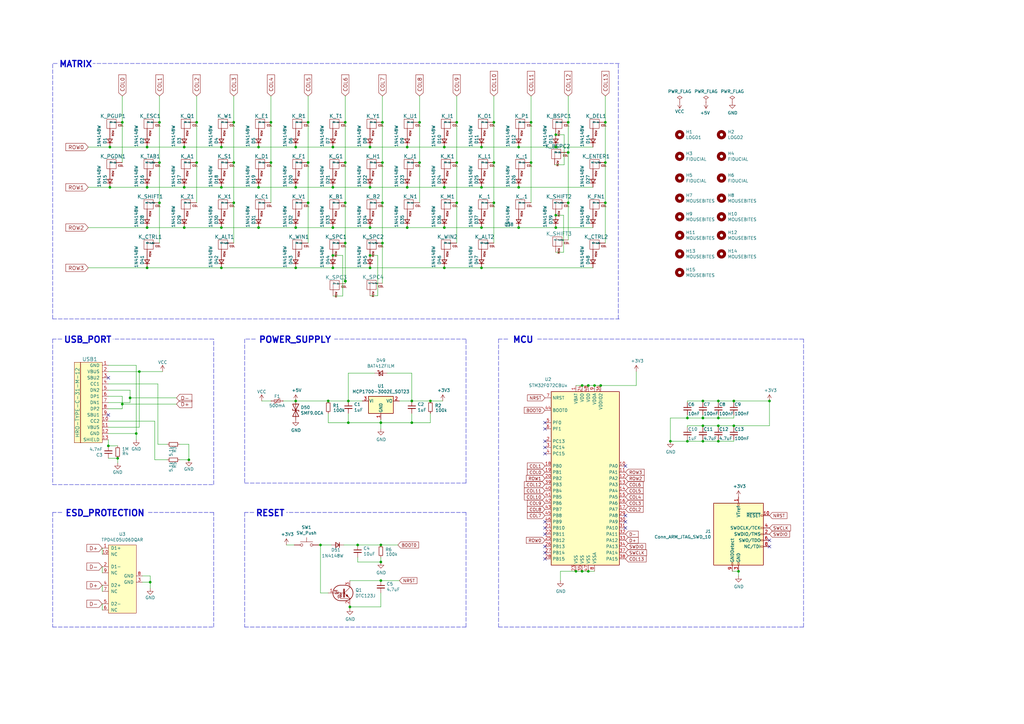
<source format=kicad_sch>
(kicad_sch (version 20211123) (generator eeschema)
  (paper "A3")
  (junction (at 80.645 50.165))
  (junction (at 202.565 83.185))
  (junction (at 212.725 60.325))
  (junction (at 53.34 163.195))
  (junction (at 141.605 115.2906))
  (junction (at 106.045 93.345))
  (junction (at 45.085 60.325))
  (junction (at 61.595 238.76))
  (junction (at 241.3 158.115))
  (junction (at 141.6812 115.2906))
  (junction (at 197.485 60.325))
  (junction (at 288.29 174.625))
  (junction (at 121.285 93.345))
  (junction (at 134.62 164.465))
  (junction (at 50.165 50.165))
  (junction (at 187.325 83.185))
  (junction (at 156.21 223.52))
  (junction (at 126.365 50.165))
  (junction (at 90.805 76.835))
  (junction (at 141.605 66.675))
  (junction (at 233.045 62.5348))
  (junction (at 248.285 83.185))
  (junction (at 156.21 173.355))
  (junction (at 212.725 93.345))
  (junction (at 187.325 66.675))
  (junction (at 151.765 60.325))
  (junction (at 55.88 177.8))
  (junction (at 202.565 66.675))
  (junction (at 156.21 230.505))
  (junction (at 294.64 164.465))
  (junction (at 248.285 50.165))
  (junction (at 281.94 171.45))
  (junction (at 106.045 76.835))
  (junction (at 274.955 180.975))
  (junction (at 121.285 164.465))
  (junction (at 294.64 171.45))
  (junction (at 197.485 93.345))
  (junction (at 288.29 171.45))
  (junction (at 172.085 50.165))
  (junction (at 60.325 93.345))
  (junction (at 212.725 76.835))
  (junction (at 151.765 109.855))
  (junction (at 167.005 60.325))
  (junction (at 75.565 93.345))
  (junction (at 182.245 60.325))
  (junction (at 44.45 182.88))
  (junction (at 90.805 109.855))
  (junction (at 300.99 164.465))
  (junction (at 75.565 60.325))
  (junction (at 121.285 109.855))
  (junction (at 156.21 238.125))
  (junction (at 233.045 50.165))
  (junction (at 65.405 83.185))
  (junction (at 60.325 60.325))
  (junction (at 60.325 109.855))
  (junction (at 288.29 164.465))
  (junction (at 48.26 187.96))
  (junction (at 315.595 164.465))
  (junction (at 136.525 60.325))
  (junction (at 75.565 76.835))
  (junction (at 202.565 50.165))
  (junction (at 156.845 50.165))
  (junction (at 243.84 158.115))
  (junction (at 294.64 174.625))
  (junction (at 80.645 66.675))
  (junction (at 241.3 234.315))
  (junction (at 151.765 104.775))
  (junction (at 151.765 76.835))
  (junction (at 60.325 76.835))
  (junction (at 126.365 83.185))
  (junction (at 50.165 165.735))
  (junction (at 136.525 93.345))
  (junction (at 141.605 50.165))
  (junction (at 146.685 223.52))
  (junction (at 294.64 180.975))
  (junction (at 151.765 93.345))
  (junction (at 131.445 223.52))
  (junction (at 45.085 76.835))
  (junction (at 65.405 66.675))
  (junction (at 236.22 234.315))
  (junction (at 238.76 158.115))
  (junction (at 95.885 83.185))
  (junction (at 156.845 66.675))
  (junction (at 156.845 83.185))
  (junction (at 168.91 173.355))
  (junction (at 57.15 152.4))
  (junction (at 176.53 164.465))
  (junction (at 141.605 83.185))
  (junction (at 246.38 158.115))
  (junction (at 77.47 188.595))
  (junction (at 142.875 164.465))
  (junction (at 182.245 109.855))
  (junction (at 182.245 93.345))
  (junction (at 136.525 76.835))
  (junction (at 172.085 66.675))
  (junction (at 143.51 248.92))
  (junction (at 141.605 99.695))
  (junction (at 281.94 180.975))
  (junction (at 136.525 109.855))
  (junction (at 121.285 76.835))
  (junction (at 238.76 234.315))
  (junction (at 197.485 109.855))
  (junction (at 167.005 76.835))
  (junction (at 90.805 60.325))
  (junction (at 168.91 164.465))
  (junction (at 90.805 93.345))
  (junction (at 95.885 50.165))
  (junction (at 167.005 93.345))
  (junction (at 288.29 180.975))
  (junction (at 111.125 66.675))
  (junction (at 95.885 66.675))
  (junction (at 227.965 55.245))
  (junction (at 227.965 60.325))
  (junction (at 65.405 50.165))
  (junction (at 126.365 66.675))
  (junction (at 156.845 99.695))
  (junction (at 217.805 66.675))
  (junction (at 111.125 50.165))
  (junction (at 106.045 60.325))
  (junction (at 182.245 76.835))
  (junction (at 227.965 88.265))
  (junction (at 142.875 173.355))
  (junction (at 197.485 76.835))
  (junction (at 233.045 83.185))
  (junction (at 227.965 93.345))
  (junction (at 302.895 234.315))
  (junction (at 217.805 50.165))
  (junction (at 136.525 104.775))
  (junction (at 300.99 174.625))
  (junction (at 248.285 66.675))
  (junction (at 121.285 60.325))
  (junction (at 187.325 50.165))
  (no_connect (at 256.54 216.535))
  (no_connect (at 315.595 224.155))
  (no_connect (at 223.52 219.075))
  (no_connect (at 223.52 213.995))
  (no_connect (at 223.52 229.235))
  (no_connect (at 44.45 170.18))
  (no_connect (at 223.52 173.355))
  (no_connect (at 223.52 183.515))
  (no_connect (at 223.52 224.155))
  (no_connect (at 256.54 211.455))
  (no_connect (at 315.595 221.615))
  (no_connect (at 223.52 180.975))
  (no_connect (at 223.52 175.895))
  (no_connect (at 223.52 216.535))
  (no_connect (at 223.52 186.055))
  (no_connect (at 256.54 213.995))
  (no_connect (at 44.45 154.94))
  (no_connect (at 256.54 191.135))
  (no_connect (at 223.52 226.695))
  (wire (pts (xy 65.405 39.37) (xy 65.405 50.165)))
  (wire (pts (xy 136.525 60.325) (xy 151.765 60.325)))
  (wire (pts (xy 156.21 230.505) (xy 156.21 228.6)))
  (wire (pts (xy 182.245 76.835) (xy 197.485 76.835)))
  (wire (pts (xy 182.245 60.325) (xy 197.485 60.325)))
  (wire (pts (xy 50.165 167.64) (xy 44.45 167.64)))
  (wire (pts (xy 231.3686 55.245) (xy 231.3686 67.6148)))
  (wire (pts (xy 63.5 188.595) (xy 68.58 188.595)))
  (polyline (pts (xy 208.28 139.065) (xy 204.47 139.065)))
  (wire (pts (xy 36.195 93.345) (xy 60.325 93.345)))
  (wire (pts (xy 300.99 170.18) (xy 300.99 171.45)))
  (wire (pts (xy 50.165 39.37) (xy 50.165 50.165)))
  (wire (pts (xy 300.99 174.625) (xy 300.99 175.26)))
  (wire (pts (xy 53.34 165.1) (xy 53.34 163.195)))
  (wire (pts (xy 300.355 234.315) (xy 302.895 234.315)))
  (wire (pts (xy 154.94 104.775) (xy 154.94 121.285)))
  (wire (pts (xy 154.94 121.285) (xy 151.765 121.285)))
  (wire (pts (xy 168.91 169.545) (xy 168.91 173.355)))
  (wire (pts (xy 167.005 60.325) (xy 182.245 60.325)))
  (wire (pts (xy 294.64 164.465) (xy 300.99 164.465)))
  (wire (pts (xy 274.955 180.975) (xy 274.955 171.45)))
  (wire (pts (xy 156.845 39.37) (xy 156.845 50.165)))
  (wire (pts (xy 44.45 165.1) (xy 53.34 165.1)))
  (wire (pts (xy 121.285 164.465) (xy 134.62 164.465)))
  (wire (pts (xy 141.605 99.695) (xy 141.605 115.2906)))
  (wire (pts (xy 75.565 60.325) (xy 90.805 60.325)))
  (wire (pts (xy 294.64 180.34) (xy 294.64 180.975)))
  (wire (pts (xy 111.125 66.675) (xy 111.125 83.185)))
  (wire (pts (xy 156.21 175.895) (xy 156.21 173.355)))
  (wire (pts (xy 142.875 173.355) (xy 142.875 169.545)))
  (wire (pts (xy 294.64 171.45) (xy 300.99 171.45)))
  (wire (pts (xy 294.64 170.18) (xy 294.64 171.45)))
  (wire (pts (xy 156.845 99.695) (xy 156.845 116.205)))
  (wire (pts (xy 156.845 50.165) (xy 156.845 66.675)))
  (wire (pts (xy 77.47 182.245) (xy 77.47 188.595)))
  (wire (pts (xy 126.365 83.185) (xy 126.365 99.695)))
  (wire (pts (xy 281.94 171.45) (xy 288.29 171.45)))
  (wire (pts (xy 151.765 109.855) (xy 182.245 109.855)))
  (wire (pts (xy 227.965 93.345) (xy 243.205 93.345)))
  (wire (pts (xy 176.53 164.465) (xy 168.91 164.465)))
  (wire (pts (xy 197.485 60.325) (xy 212.725 60.325)))
  (wire (pts (xy 302.895 234.315) (xy 302.895 236.22)))
  (polyline (pts (xy 87.63 257.175) (xy 87.63 210.185)))
  (wire (pts (xy 95.885 39.37) (xy 95.885 50.165)))
  (polyline (pts (xy 329.565 257.175) (xy 329.565 139.065)))
  (wire (pts (xy 50.165 165.735) (xy 50.165 167.64)))
  (wire (pts (xy 246.38 158.115) (xy 260.985 158.115)))
  (wire (pts (xy 231.3686 67.6148) (xy 227.4824 67.6148)))
  (polyline (pts (xy 100.33 139.065) (xy 100.33 198.12)))
  (polyline (pts (xy 87.63 139.065) (xy 46.355 139.065)))
  (wire (pts (xy 140.589 104.775) (xy 140.5636 121.412)))
  (wire (pts (xy 168.91 153.035) (xy 168.91 164.465)))
  (wire (pts (xy 55.88 149.86) (xy 44.45 149.86)))
  (polyline (pts (xy 191.135 198.12) (xy 191.135 139.065)))
  (wire (pts (xy 75.565 93.345) (xy 90.805 93.345)))
  (wire (pts (xy 151.765 93.345) (xy 167.005 93.345)))
  (wire (pts (xy 187.325 66.675) (xy 187.325 83.185)))
  (wire (pts (xy 60.325 60.325) (xy 75.565 60.325)))
  (wire (pts (xy 41.91 247.65) (xy 41.91 250.19)))
  (wire (pts (xy 44.45 152.4) (xy 57.15 152.4)))
  (wire (pts (xy 121.285 93.345) (xy 136.525 93.345)))
  (wire (pts (xy 48.26 187.96) (xy 48.26 189.865)))
  (wire (pts (xy 106.045 93.345) (xy 121.285 93.345)))
  (wire (pts (xy 45.085 76.835) (xy 60.325 76.835)))
  (wire (pts (xy 238.76 234.315) (xy 236.22 234.315)))
  (wire (pts (xy 156.845 83.185) (xy 156.845 99.695)))
  (wire (pts (xy 260.985 158.115) (xy 260.985 152.4)))
  (wire (pts (xy 233.045 62.5348) (xy 233.045 83.185)))
  (polyline (pts (xy 21.59 210.185) (xy 21.59 257.175)))
  (wire (pts (xy 60.325 93.345) (xy 75.565 93.345)))
  (wire (pts (xy 151.765 76.835) (xy 167.005 76.835)))
  (wire (pts (xy 44.45 157.48) (xy 64.77 157.48)))
  (wire (pts (xy 300.99 174.625) (xy 315.595 174.625)))
  (wire (pts (xy 60.325 76.835) (xy 75.565 76.835)))
  (wire (pts (xy 95.885 50.165) (xy 95.885 66.675)))
  (wire (pts (xy 288.29 180.34) (xy 288.29 180.975)))
  (polyline (pts (xy 21.59 130.81) (xy 21.59 26.035)))
  (wire (pts (xy 281.94 170.18) (xy 281.94 171.45)))
  (wire (pts (xy 50.165 162.56) (xy 50.165 165.735)))
  (wire (pts (xy 121.285 164.465) (xy 116.205 164.465)))
  (wire (pts (xy 77.47 188.595) (xy 73.66 188.595)))
  (wire (pts (xy 197.485 93.345) (xy 212.725 93.345)))
  (wire (pts (xy 156.21 248.92) (xy 156.21 243.205)))
  (wire (pts (xy 44.45 187.96) (xy 48.26 187.96)))
  (wire (pts (xy 106.045 60.325) (xy 121.285 60.325)))
  (wire (pts (xy 143.51 248.285) (xy 143.51 248.92)))
  (wire (pts (xy 236.22 234.315) (xy 229.87 234.315)))
  (wire (pts (xy 176.53 173.355) (xy 168.91 173.355)))
  (wire (pts (xy 167.005 76.835) (xy 182.245 76.835)))
  (wire (pts (xy 50.165 50.165) (xy 50.165 66.675)))
  (wire (pts (xy 288.29 174.625) (xy 294.64 174.625)))
  (wire (pts (xy 136.525 104.775) (xy 140.589 104.775)))
  (wire (pts (xy 131.445 243.205) (xy 134.62 243.205)))
  (wire (pts (xy 141.605 115.2906) (xy 141.6812 115.2906)))
  (wire (pts (xy 41.91 232.41) (xy 41.91 234.95)))
  (wire (pts (xy 288.29 164.465) (xy 294.64 164.465)))
  (wire (pts (xy 212.725 76.835) (xy 243.205 76.835)))
  (wire (pts (xy 141.605 39.37) (xy 141.605 50.165)))
  (wire (pts (xy 156.21 173.355) (xy 142.875 173.355)))
  (wire (pts (xy 168.91 173.355) (xy 156.21 173.355)))
  (wire (pts (xy 202.565 66.675) (xy 202.565 83.185)))
  (wire (pts (xy 288.29 165.1) (xy 288.29 164.465)))
  (wire (pts (xy 217.805 39.37) (xy 217.805 50.165)))
  (polyline (pts (xy 104.14 210.185) (xy 100.33 210.185)))
  (wire (pts (xy 55.88 177.8) (xy 55.88 180.34)))
  (wire (pts (xy 300.99 164.465) (xy 315.595 164.465)))
  (wire (pts (xy 141.605 66.675) (xy 141.605 83.185)))
  (wire (pts (xy 90.805 60.325) (xy 106.045 60.325)))
  (wire (pts (xy 281.94 180.975) (xy 281.94 180.34)))
  (wire (pts (xy 227.965 60.325) (xy 243.205 60.325)))
  (wire (pts (xy 274.955 171.45) (xy 281.94 171.45)))
  (wire (pts (xy 75.565 76.835) (xy 90.805 76.835)))
  (wire (pts (xy 168.91 164.465) (xy 163.83 164.465)))
  (wire (pts (xy 288.29 170.18) (xy 288.29 171.45)))
  (polyline (pts (xy 253.619 130.81) (xy 253.619 26.035)))
  (polyline (pts (xy 329.565 139.065) (xy 220.345 139.065)))
  (wire (pts (xy 111.125 50.165) (xy 111.125 66.675)))
  (wire (pts (xy 156.845 66.675) (xy 156.845 83.185)))
  (polyline (pts (xy 191.135 139.065) (xy 137.16 139.065)))
  (wire (pts (xy 187.325 50.165) (xy 187.325 66.675)))
  (wire (pts (xy 44.45 172.72) (xy 63.5 172.72)))
  (wire (pts (xy 288.29 180.975) (xy 294.64 180.975)))
  (wire (pts (xy 243.84 158.115) (xy 246.38 158.115)))
  (wire (pts (xy 236.22 158.115) (xy 238.76 158.115)))
  (wire (pts (xy 141.6812 115.2906) (xy 141.6812 116.332)))
  (wire (pts (xy 57.15 152.4) (xy 57.15 175.26)))
  (wire (pts (xy 41.91 240.03) (xy 41.91 242.57)))
  (wire (pts (xy 217.805 66.675) (xy 217.805 83.185)))
  (wire (pts (xy 151.765 60.325) (xy 167.005 60.325)))
  (wire (pts (xy 176.53 169.545) (xy 176.53 173.355)))
  (wire (pts (xy 61.595 236.22) (xy 61.595 238.76)))
  (polyline (pts (xy 104.775 139.065) (xy 100.33 139.065)))
  (polyline (pts (xy 100.33 198.12) (xy 191.135 198.12)))
  (wire (pts (xy 182.245 109.855) (xy 197.485 109.855)))
  (wire (pts (xy 121.285 60.325) (xy 136.525 60.325)))
  (wire (pts (xy 281.94 164.465) (xy 281.94 165.1)))
  (wire (pts (xy 300.99 180.975) (xy 300.99 180.34)))
  (wire (pts (xy 36.195 109.855) (xy 60.325 109.855)))
  (wire (pts (xy 65.405 66.675) (xy 65.405 83.185)))
  (wire (pts (xy 90.805 76.835) (xy 106.045 76.835)))
  (wire (pts (xy 36.195 60.325) (xy 45.085 60.325)))
  (wire (pts (xy 156.21 173.355) (xy 156.21 172.085)))
  (wire (pts (xy 248.285 66.675) (xy 248.285 83.185)))
  (wire (pts (xy 136.525 76.835) (xy 151.765 76.835)))
  (wire (pts (xy 57.15 175.26) (xy 44.45 175.26)))
  (wire (pts (xy 141.605 50.165) (xy 141.605 66.675)))
  (wire (pts (xy 50.165 165.735) (xy 72.39 165.735)))
  (wire (pts (xy 64.77 157.48) (xy 64.77 182.245)))
  (wire (pts (xy 146.685 230.505) (xy 156.21 230.505)))
  (wire (pts (xy 281.94 174.625) (xy 288.29 174.625)))
  (wire (pts (xy 142.875 164.465) (xy 142.875 153.035)))
  (wire (pts (xy 182.245 93.345) (xy 197.485 93.345)))
  (wire (pts (xy 232.5624 62.5348) (xy 233.045 62.5348)))
  (wire (pts (xy 315.595 164.465) (xy 315.595 174.625)))
  (wire (pts (xy 134.62 173.355) (xy 142.875 173.355)))
  (wire (pts (xy 281.94 175.26) (xy 281.94 174.625)))
  (polyline (pts (xy 254 26.035) (xy 38.1 26.035)))
  (wire (pts (xy 233.045 50.165) (xy 233.045 62.5348)))
  (polyline (pts (xy 25.4 139.065) (xy 21.59 139.065)))
  (wire (pts (xy 53.34 163.195) (xy 72.39 163.195)))
  (wire (pts (xy 217.805 50.165) (xy 217.805 66.675)))
  (wire (pts (xy 248.285 50.165) (xy 248.285 66.675)))
  (wire (pts (xy 53.34 160.02) (xy 44.45 160.02)))
  (wire (pts (xy 57.15 152.4) (xy 66.675 152.4)))
  (wire (pts (xy 156.21 238.125) (xy 163.83 238.125)))
  (wire (pts (xy 140.97 223.52) (xy 146.685 223.52)))
  (wire (pts (xy 294.64 180.975) (xy 300.99 180.975)))
  (wire (pts (xy 151.765 104.775) (xy 154.94 104.775)))
  (wire (pts (xy 130.81 223.52) (xy 131.445 223.52)))
  (wire (pts (xy 90.805 93.345) (xy 106.045 93.345)))
  (polyline (pts (xy 21.59 257.175) (xy 87.63 257.175)))
  (wire (pts (xy 58.42 236.22) (xy 61.595 236.22)))
  (wire (pts (xy 121.285 76.835) (xy 136.525 76.835)))
  (wire (pts (xy 142.875 153.035) (xy 153.67 153.035)))
  (wire (pts (xy 53.34 163.195) (xy 53.34 160.02)))
  (polyline (pts (xy 23.495 26.035) (xy 21.59 26.035)))
  (wire (pts (xy 181.61 164.465) (xy 176.53 164.465)))
  (polyline (pts (xy 191.135 210.185) (xy 117.475 210.185)))
  (wire (pts (xy 131.445 223.52) (xy 131.445 243.205)))
  (wire (pts (xy 126.365 50.165) (xy 126.365 66.675)))
  (polyline (pts (xy 204.47 257.175) (xy 329.565 257.175)))
  (wire (pts (xy 44.45 180.34) (xy 44.45 182.88)))
  (wire (pts (xy 288.29 175.26) (xy 288.29 174.625)))
  (wire (pts (xy 187.325 83.185) (xy 187.325 99.695)))
  (wire (pts (xy 134.62 169.545) (xy 134.62 173.355)))
  (polyline (pts (xy 204.47 139.065) (xy 204.47 257.175)))
  (wire (pts (xy 146.685 228.6) (xy 146.685 230.505)))
  (wire (pts (xy 107.315 164.465) (xy 111.125 164.465)))
  (wire (pts (xy 294.64 165.1) (xy 294.64 164.465)))
  (wire (pts (xy 172.085 39.37) (xy 172.085 50.165)))
  (wire (pts (xy 143.51 248.92) (xy 143.51 249.555)))
  (wire (pts (xy 197.485 109.855) (xy 243.205 109.855)))
  (wire (pts (xy 58.42 238.76) (xy 61.595 238.76)))
  (wire (pts (xy 187.325 39.37) (xy 187.325 50.165)))
  (wire (pts (xy 202.565 83.185) (xy 202.565 99.695)))
  (wire (pts (xy 95.885 66.675) (xy 95.885 83.185)))
  (wire (pts (xy 126.365 66.675) (xy 126.365 83.185)))
  (wire (pts (xy 44.45 177.8) (xy 55.88 177.8)))
  (wire (pts (xy 117.475 223.52) (xy 120.65 223.52)))
  (polyline (pts (xy 87.63 198.755) (xy 87.63 139.065)))
  (wire (pts (xy 229.87 234.315) (xy 229.87 238.125)))
  (wire (pts (xy 227.965 55.245) (xy 231.3686 55.245)))
  (wire (pts (xy 65.405 50.165) (xy 65.405 66.675)))
  (wire (pts (xy 80.645 50.165) (xy 80.645 66.675)))
  (wire (pts (xy 44.45 162.56) (xy 50.165 162.56)))
  (wire (pts (xy 63.5 172.72) (xy 63.5 188.595)))
  (wire (pts (xy 212.725 93.345) (xy 227.965 93.345)))
  (wire (pts (xy 158.75 153.035) (xy 168.91 153.035)))
  (wire (pts (xy 241.3 234.315) (xy 238.76 234.315)))
  (wire (pts (xy 140.5636 121.412) (xy 136.6012 121.412)))
  (wire (pts (xy 212.725 60.325) (xy 227.965 60.325)))
  (wire (pts (xy 172.085 66.675) (xy 172.085 83.185)))
  (wire (pts (xy 45.085 60.325) (xy 60.325 60.325)))
  (wire (pts (xy 172.085 50.165) (xy 172.085 66.675)))
  (wire (pts (xy 248.285 39.37) (xy 248.285 50.165)))
  (wire (pts (xy 61.595 238.76) (xy 61.595 241.3)))
  (wire (pts (xy 111.125 39.37) (xy 111.125 50.165)))
  (wire (pts (xy 143.51 248.92) (xy 156.21 248.92)))
  (wire (pts (xy 121.285 109.855) (xy 136.525 109.855)))
  (polyline (pts (xy 21.59 139.065) (xy 21.59 198.755)))
  (wire (pts (xy 167.005 93.345) (xy 182.245 93.345)))
  (wire (pts (xy 197.485 76.835) (xy 212.725 76.835)))
  (polyline (pts (xy 87.63 210.185) (xy 60.325 210.185)))
  (wire (pts (xy 300.99 165.1) (xy 300.99 164.465)))
  (wire (pts (xy 134.62 164.465) (xy 142.875 164.465)))
  (wire (pts (xy 44.45 182.88) (xy 48.26 182.88)))
  (wire (pts (xy 143.51 238.125) (xy 156.21 238.125)))
  (wire (pts (xy 136.525 109.855) (xy 151.765 109.855)))
  (wire (pts (xy 36.195 76.835) (xy 45.085 76.835)))
  (wire (pts (xy 241.3 158.115) (xy 243.84 158.115)))
  (wire (pts (xy 294.64 174.625) (xy 300.99 174.625)))
  (polyline (pts (xy 21.59 198.755) (xy 87.63 198.755)))
  (wire (pts (xy 90.805 109.855) (xy 121.285 109.855)))
  (wire (pts (xy 231.14 88.265) (xy 231.14 103.505)))
  (wire (pts (xy 64.77 182.245) (xy 68.58 182.245)))
  (polyline (pts (xy 25.4 210.185) (xy 21.59 210.185)))
  (wire (pts (xy 274.955 180.975) (xy 281.94 180.975)))
  (wire (pts (xy 281.94 180.975) (xy 288.29 180.975)))
  (polyline (pts (xy 100.33 257.175) (xy 191.135 257.175)))
  (wire (pts (xy 41.91 224.79) (xy 41.91 227.33)))
  (wire (pts (xy 95.885 83.185) (xy 95.885 99.695)))
  (polyline (pts (xy 191.135 257.175) (xy 191.135 210.185)))
  (wire (pts (xy 233.045 39.37) (xy 233.045 50.165)))
  (polyline (pts (xy 100.33 210.185) (xy 100.33 257.175)))
  (wire (pts (xy 156.21 223.52) (xy 163.195 223.52)))
  (wire (pts (xy 73.66 182.245) (xy 77.47 182.245)))
  (wire (pts (xy 288.29 171.45) (xy 294.64 171.45)))
  (wire (pts (xy 227.965 88.265) (xy 231.14 88.265)))
  (wire (pts (xy 80.645 39.37) (xy 80.645 50.165)))
  (wire (pts (xy 233.045 83.185) (xy 233.045 98.425)))
  (wire (pts (xy 243.84 234.315) (xy 241.3 234.315)))
  (wire (pts (xy 141.605 83.185) (xy 141.605 99.695)))
  (wire (pts (xy 294.64 175.26) (xy 294.64 174.625)))
  (wire (pts (xy 60.325 109.855) (xy 90.805 109.855)))
  (polyline (pts (xy 21.59 130.81) (xy 254 130.81)))
  (wire (pts (xy 126.365 39.37) (xy 126.365 50.165)))
  (wire (pts (xy 146.685 223.52) (xy 156.21 223.52)))
  (wire (pts (xy 202.565 50.165) (xy 202.565 66.675)))
  (wire (pts (xy 136.525 93.345) (xy 151.765 93.345)))
  (wire (pts (xy 238.76 158.115) (xy 241.3 158.115)))
  (wire (pts (xy 142.875 164.465) (xy 148.59 164.465)))
  (wire (pts (xy 80.645 66.675) (xy 80.645 83.185)))
  (wire (pts (xy 231.14 103.505) (xy 227.965 103.505)))
  (wire (pts (xy 248.285 83.185) (xy 248.285 99.695)))
  (wire (pts (xy 131.445 223.52) (xy 135.89 223.52)))
  (wire (pts (xy 55.88 149.86) (xy 55.88 177.8)))
  (wire (pts (xy 106.045 76.835) (xy 121.285 76.835)))
  (wire (pts (xy 65.405 83.185) (xy 65.405 99.695)))
  (wire (pts (xy 202.565 39.37) (xy 202.565 50.165)))
  (wire (pts (xy 281.94 164.465) (xy 288.29 164.465)))
  (text "MATRIX" (at 24.13 27.94 0) (effects (font (size 2.54 2.54) (thickness 0.508) bold) (justify left bottom)))
  (text "USB_PORT" (at 26.035 140.97 0) (effects (font (size 2.54 2.54) (thickness 0.508) bold) (justify left bottom)))
  (text "ESD_PROTECTION" (at 26.67 212.09 0) (effects (font (size 2.54 2.54) (thickness 0.508) bold) (justify left bottom)))
  (text "POWER_SUPPLY" (at 106.045 140.97 0) (effects (font (size 2.54 2.54) (thickness 0.508) bold) (justify left bottom)))
  (text "RESET" (at 104.775 212.09 0) (effects (font (size 2.54 2.54) (thickness 0.508) bold) (justify left bottom)))
  (text "MCU" (at 210.185 140.97 0) (effects (font (size 2.54 2.54) (thickness 0.508) bold) (justify left bottom)))
  (global_label "COL1" (shape input) (at 65.405 39.37 90) (effects (font (size 1.524 1.524))) (property "Intersheet References" "${INTERSHEET_REFS}" (effects hide)))
  (global_label "COL3" (shape input) (at 256.54 206.375 0) (property "Intersheet References" "${INTERSHEET_REFS}" (effects hide)))
  (global_label "COL6" (shape input) (at 141.605 39.37 90) (effects (font (size 1.524 1.524))) (property "Intersheet References" "${INTERSHEET_REFS}" (effects hide)))
  (global_label "COL5" (shape input) (at 256.54 201.295 0) (property "Intersheet References" "${INTERSHEET_REFS}" (effects hide)))
  (global_label "COL5" (shape input) (at 126.365 39.37 90) (effects (font (size 1.524 1.524))) (property "Intersheet References" "${INTERSHEET_REFS}" (effects hide)))
  (global_label "ROW1" (shape input) (at 223.52 196.215 180) (property "Intersheet References" "${INTERSHEET_REFS}" (effects hide)))
  (global_label "COL6" (shape input) (at 256.54 198.755 0) (property "Intersheet References" "${INTERSHEET_REFS}" (effects hide)))
  (global_label "COL7" (shape input) (at 223.52 211.455 180) (property "Intersheet References" "${INTERSHEET_REFS}" (effects hide)))
  (global_label "COL9" (shape input) (at 187.325 39.37 90) (effects (font (size 1.524 1.524))) (property "Intersheet References" "${INTERSHEET_REFS}" (effects hide)))
  (global_label "COL0" (shape input) (at 50.165 39.37 90) (effects (font (size 1.524 1.524))) (property "Intersheet References" "${INTERSHEET_REFS}" (effects hide)))
  (global_label "D-" (shape input) (at 256.54 219.075 0) (property "Intersheet References" "${INTERSHEET_REFS}" (effects hide)))
  (global_label "SWDIO" (shape input) (at 315.595 219.075 0) (property "Intersheet References" "${INTERSHEET_REFS}" (effects hide)))
  (global_label "COL13" (shape input) (at 248.285 39.37 90) (effects (font (size 1.524 1.524))) (property "Intersheet References" "${INTERSHEET_REFS}" (effects hide)))
  (global_label "ROW0" (shape input) (at 36.195 60.325 180) (effects (font (size 1.524 1.524))) (property "Intersheet References" "${INTERSHEET_REFS}" (effects hide)))
  (global_label "ROW0" (shape input) (at 223.52 221.615 180) (property "Intersheet References" "${INTERSHEET_REFS}" (effects hide)))
  (global_label "COL2" (shape input) (at 256.54 208.915 0) (property "Intersheet References" "${INTERSHEET_REFS}" (effects hide)))
  (global_label "ROW2" (shape input) (at 256.54 196.215 0) (property "Intersheet References" "${INTERSHEET_REFS}" (effects hide)))
  (global_label "D+" (shape input) (at 256.54 221.615 0) (property "Intersheet References" "${INTERSHEET_REFS}" (effects hide)))
  (global_label "COL4" (shape input) (at 111.125 39.37 90) (effects (font (size 1.524 1.524))) (property "Intersheet References" "${INTERSHEET_REFS}" (effects hide)))
  (global_label "D-" (shape input) (at 41.91 232.41 180) (effects (font (size 1.524 1.524))) (property "Intersheet References" "${INTERSHEET_REFS}" (effects hide)))
  (global_label "COL0" (shape input) (at 223.52 193.675 180) (property "Intersheet References" "${INTERSHEET_REFS}" (effects hide)))
  (global_label "COL11" (shape input) (at 217.805 39.37 90) (effects (font (size 1.524 1.524))) (property "Intersheet References" "${INTERSHEET_REFS}" (effects hide)))
  (global_label "ROW3" (shape input) (at 36.195 109.855 180) (effects (font (size 1.524 1.524))) (property "Intersheet References" "${INTERSHEET_REFS}" (effects hide)))
  (global_label "D+" (shape input) (at 41.91 224.79 180) (effects (font (size 1.524 1.524))) (property "Intersheet References" "${INTERSHEET_REFS}" (effects hide)))
  (global_label "COL8" (shape input) (at 172.085 39.37 90) (effects (font (size 1.524 1.524))) (property "Intersheet References" "${INTERSHEET_REFS}" (effects hide)))
  (global_label "ROW2" (shape input) (at 36.195 93.345 180) (effects (font (size 1.524 1.524))) (property "Intersheet References" "${INTERSHEET_REFS}" (effects hide)))
  (global_label "COL3" (shape input) (at 95.885 39.37 90) (effects (font (size 1.524 1.524))) (property "Intersheet References" "${INTERSHEET_REFS}" (effects hide)))
  (global_label "ROW1" (shape input) (at 36.195 76.835 180) (effects (font (size 1.524 1.524))) (property "Intersheet References" "${INTERSHEET_REFS}" (effects hide)))
  (global_label "COL9" (shape input) (at 223.52 206.375 180) (property "Intersheet References" "${INTERSHEET_REFS}" (effects hide)))
  (global_label "COL12" (shape input) (at 233.045 39.37 90) (effects (font (size 1.524 1.524))) (property "Intersheet References" "${INTERSHEET_REFS}" (effects hide)))
  (global_label "SWDIO" (shape input) (at 256.54 224.155 0) (property "Intersheet References" "${INTERSHEET_REFS}" (effects hide)))
  (global_label "D-" (shape input) (at 41.91 247.65 180) (effects (font (size 1.524 1.524))) (property "Intersheet References" "${INTERSHEET_REFS}" (effects hide)))
  (global_label "COL8" (shape input) (at 223.52 208.915 180) (property "Intersheet References" "${INTERSHEET_REFS}" (effects hide)))
  (global_label "COL13" (shape input) (at 256.54 229.235 0) (property "Intersheet References" "${INTERSHEET_REFS}" (effects hide)))
  (global_label "ROW3" (shape input) (at 256.54 193.675 0) (property "Intersheet References" "${INTERSHEET_REFS}" (effects hide)))
  (global_label "COL10" (shape input) (at 223.52 203.835 180) (property "Intersheet References" "${INTERSHEET_REFS}" (effects hide)))
  (global_label "COL2" (shape input) (at 80.645 39.37 90) (effects (font (size 1.524 1.524))) (property "Intersheet References" "${INTERSHEET_REFS}" (effects hide)))
  (global_label "D+" (shape input) (at 41.91 240.03 180) (effects (font (size 1.524 1.524))) (property "Intersheet References" "${INTERSHEET_REFS}" (effects hide)))
  (global_label "COL11" (shape input) (at 223.52 201.295 180) (property "Intersheet References" "${INTERSHEET_REFS}" (effects hide)))
  (global_label "COL10" (shape input) (at 202.565 39.37 90) (effects (font (size 1.524 1.524))) (property "Intersheet References" "${INTERSHEET_REFS}" (effects hide)))
  (global_label "COL1" (shape input) (at 223.52 191.135 180) (property "Intersheet References" "${INTERSHEET_REFS}" (effects hide)))
  (global_label "BOOT0" (shape input) (at 223.52 168.275 180) (property "Intersheet References" "${INTERSHEET_REFS}" (effects hide)))
  (global_label "COL12" (shape input) (at 223.52 198.755 180) (property "Intersheet References" "${INTERSHEET_REFS}" (effects hide)))
  (global_label "COL7" (shape input) (at 156.845 39.37 90) (effects (font (size 1.524 1.524))) (property "Intersheet References" "${INTERSHEET_REFS}" (effects hide)))
  (global_label "D-" (shape input) (at 72.39 163.195 0) (effects (font (size 1.524 1.524))) (property "Intersheet References" "${INTERSHEET_REFS}" (effects hide)))
  (global_label "SWCLK" (shape input) (at 256.54 226.695 0) (property "Intersheet References" "${INTERSHEET_REFS}" (effects hide)))
  (global_label "NRST" (shape input) (at 223.52 163.195 180) (property "Intersheet References" "${INTERSHEET_REFS}" (effects hide)))
  (global_label "SWCLK" (shape input) (at 315.595 216.535 0) (property "Intersheet References" "${INTERSHEET_REFS}" (effects hide)))
  (global_label "COL4" (shape input) (at 256.54 203.835 0) (property "Intersheet References" "${INTERSHEET_REFS}" (effects hide)))
  (global_label "D+" (shape input) (at 72.39 165.735 0) (effects (font (size 1.524 1.524))) (property "Intersheet References" "${INTERSHEET_REFS}" (effects hide)))
  (global_label "NRST" (shape input) (at 315.595 211.455 0) (property "Intersheet References" "${INTERSHEET_REFS}" (effects hide)))
  (global_label "BOOT0" (shape input) (at 163.195 223.52 0) (property "Intersheet References" "${INTERSHEET_REFS}" (effects hide)))
  (global_label "NRST" (shape input) (at 163.83 238.125 0) (property "Intersheet References" "${INTERSHEET_REFS}" (effects hide)))
  (symbol (lib_id "MX_Alps_Hybrid:MX-NoLED") (at 61.595 51.435 0) (unit 1)
    (property "Reference" "K_ESC1" (at 61.595 47.625 0) (effects (font (size 1.524 1.524))))
    (property "Value" "MX-1U" (at 61.595 50.165 0) (effects (font (size 0.508 0.508))))
    (property "Footprint" "MX_Only:MXOnly-1U-NoLED" (effects hide))
  )
  (symbol (lib_id "Device:D_Small") (at 60.325 57.785 90) (unit 1)
    (property "Reference" "D2" (at 58.293 59.055 0) (effects (justify left)))
    (property "Value" "1N4148W" (at 55.88 60.325 0) (effects (justify left)))
    (property "Footprint" "Diode_SMD:D_SOD-123" (effects hide))
    (property "LCSC" "C81598" (effects hide))
  )
  (symbol (lib_id "MX_Alps_Hybrid:MX-NoLED") (at 76.835 51.435 0) (unit 1)
    (property "Reference" "K_Q1" (at 76.835 47.625 0) (effects (font (size 1.524 1.524))))
    (property "Value" "MX-1U" (at 76.835 50.165 0) (effects (font (size 0.508 0.508))))
    (property "Footprint" "MX_Only:MXOnly-1U-NoLED" (effects hide))
  )
  (symbol (lib_id "Device:D_Small") (at 75.565 57.785 90) (unit 1)
    (property "Reference" "D3" (at 73.533 59.055 0) (effects (justify left)))
    (property "Value" "1N4148W" (at 71.12 60.325 0) (effects (justify left)))
    (property "Footprint" "Diode_SMD:D_SOD-123" (effects hide))
    (property "LCSC" "C81598" (effects hide))
  )
  (symbol (lib_id "MX_Alps_Hybrid:MX-NoLED") (at 92.075 51.435 0) (unit 1)
    (property "Reference" "K_W1" (at 92.075 47.625 0) (effects (font (size 1.524 1.524))))
    (property "Value" "MX-1U" (at 92.075 50.165 0) (effects (font (size 0.508 0.508))))
    (property "Footprint" "MX_Only:MXOnly-1U-NoLED" (effects hide))
  )
  (symbol (lib_id "Device:D_Small") (at 90.805 57.785 90) (unit 1)
    (property "Reference" "D4" (at 88.773 59.055 0) (effects (justify left)))
    (property "Value" "1N4148W" (at 86.36 60.325 0) (effects (justify left)))
    (property "Footprint" "Diode_SMD:D_SOD-123" (effects hide))
    (property "LCSC" "C81598" (effects hide))
  )
  (symbol (lib_id "MX_Alps_Hybrid:MX-NoLED") (at 107.315 51.435 0) (unit 1)
    (property "Reference" "K_E1" (at 107.315 47.625 0) (effects (font (size 1.524 1.524))))
    (property "Value" "MX-1U" (at 107.315 50.165 0) (effects (font (size 0.508 0.508))))
    (property "Footprint" "MX_Only:MXOnly-1U-NoLED" (effects hide))
  )
  (symbol (lib_id "Device:D_Small") (at 106.045 57.785 90) (unit 1)
    (property "Reference" "D5" (at 104.013 59.055 0) (effects (justify left)))
    (property "Value" "1N4148W" (at 101.6 60.325 0) (effects (justify left)))
    (property "Footprint" "Diode_SMD:D_SOD-123" (effects hide))
    (property "LCSC" "C81598" (effects hide))
  )
  (symbol (lib_id "MX_Alps_Hybrid:MX-NoLED") (at 122.555 51.435 0) (unit 1)
    (property "Reference" "K_R1" (at 122.555 47.625 0) (effects (font (size 1.524 1.524))))
    (property "Value" "MX-1U" (at 122.555 50.165 0) (effects (font (size 0.508 0.508))))
    (property "Footprint" "MX_Only:MXOnly-1U-NoLED" (effects hide))
  )
  (symbol (lib_id "Device:D_Small") (at 121.285 57.785 90) (unit 1)
    (property "Reference" "D6" (at 119.253 59.055 0) (effects (justify left)))
    (property "Value" "1N4148W" (at 116.84 60.325 0) (effects (justify left)))
    (property "Footprint" "Diode_SMD:D_SOD-123" (effects hide))
    (property "LCSC" "C81598" (effects hide))
  )
  (symbol (lib_id "MX_Alps_Hybrid:MX-NoLED") (at 137.795 51.435 0) (unit 1)
    (property "Reference" "K_T1" (at 137.795 47.625 0) (effects (font (size 1.524 1.524))))
    (property "Value" "MX-1U" (at 137.795 50.165 0) (effects (font (size 0.508 0.508))))
    (property "Footprint" "MX_Only:MXOnly-1U-NoLED" (effects hide))
  )
  (symbol (lib_id "Device:D_Small") (at 136.525 57.785 90) (unit 1)
    (property "Reference" "D7" (at 134.493 59.055 0) (effects (justify left)))
    (property "Value" "1N4148W" (at 132.08 60.325 0) (effects (justify left)))
    (property "Footprint" "Diode_SMD:D_SOD-123" (effects hide))
    (property "LCSC" "C81598" (effects hide))
  )
  (symbol (lib_id "MX_Alps_Hybrid:MX-NoLED") (at 153.035 51.435 0) (unit 1)
    (property "Reference" "K_Y1" (at 153.035 47.625 0) (effects (font (size 1.524 1.524))))
    (property "Value" "MX-1U" (at 153.035 50.165 0) (effects (font (size 0.508 0.508))))
    (property "Footprint" "MX_Only:MXOnly-1U-NoLED" (effects hide))
  )
  (symbol (lib_id "Device:D_Small") (at 151.765 57.785 90) (unit 1)
    (property "Reference" "D8" (at 149.733 59.055 0) (effects (justify left)))
    (property "Value" "1N4148W" (at 147.32 60.325 0) (effects (justify left)))
    (property "Footprint" "Diode_SMD:D_SOD-123" (effects hide))
    (property "LCSC" "C81598" (effects hide))
  )
  (symbol (lib_id "MX_Alps_Hybrid:MX-NoLED") (at 168.275 51.435 0) (unit 1)
    (property "Reference" "K_U1" (at 168.275 47.625 0) (effects (font (size 1.524 1.524))))
    (property "Value" "MX-1U" (at 168.275 50.165 0) (effects (font (size 0.508 0.508))))
    (property "Footprint" "MX_Only:MXOnly-1U-NoLED" (effects hide))
  )
  (symbol (lib_id "Device:D_Small") (at 167.005 57.785 90) (unit 1)
    (property "Reference" "D9" (at 164.973 59.055 0) (effects (justify left)))
    (property "Value" "1N4148W" (at 162.56 60.325 0) (effects (justify left)))
    (property "Footprint" "Diode_SMD:D_SOD-123" (effects hide))
    (property "LCSC" "C81598" (effects hide))
  )
  (symbol (lib_id "MX_Alps_Hybrid:MX-NoLED") (at 183.515 51.435 0) (unit 1)
    (property "Reference" "K_I1" (at 183.515 47.625 0) (effects (font (size 1.524 1.524))))
    (property "Value" "MX-1U" (at 183.515 50.165 0) (effects (font (size 0.508 0.508))))
    (property "Footprint" "MX_Only:MXOnly-1U-NoLED" (effects hide))
  )
  (symbol (lib_id "Device:D_Small") (at 182.245 57.785 90) (unit 1)
    (property "Reference" "D10" (at 180.213 59.055 0) (effects (justify left)))
    (property "Value" "1N4148W" (at 177.8 60.325 0) (effects (justify left)))
    (property "Footprint" "Diode_SMD:D_SOD-123" (effects hide))
    (property "LCSC" "C81598" (effects hide))
  )
  (symbol (lib_id "MX_Alps_Hybrid:MX-NoLED") (at 198.755 51.435 0) (unit 1)
    (property "Reference" "K_O1" (at 198.755 47.625 0) (effects (font (size 1.524 1.524))))
    (property "Value" "MX-1U" (at 198.755 50.165 0) (effects (font (size 0.508 0.508))))
    (property "Footprint" "MX_Only:MXOnly-1U-NoLED" (effects hide))
  )
  (symbol (lib_id "Device:D_Small") (at 197.485 57.785 90) (unit 1)
    (property "Reference" "D11" (at 195.453 59.055 0) (effects (justify left)))
    (property "Value" "1N4148W" (at 193.04 60.325 0) (effects (justify left)))
    (property "Footprint" "Diode_SMD:D_SOD-123" (effects hide))
    (property "LCSC" "C81598" (effects hide))
  )
  (symbol (lib_id "MX_Alps_Hybrid:MX-NoLED") (at 213.995 51.435 0) (unit 1)
    (property "Reference" "K_P1" (at 213.995 47.625 0) (effects (font (size 1.524 1.524))))
    (property "Value" "MX-1U" (at 213.995 50.165 0) (effects (font (size 0.508 0.508))))
    (property "Footprint" "MX_Only:MXOnly-1U-NoLED" (effects hide))
  )
  (symbol (lib_id "Device:D_Small") (at 212.725 57.785 90) (unit 1)
    (property "Reference" "D12" (at 210.693 59.055 0) (effects (justify left)))
    (property "Value" "1N4148W" (at 208.28 60.325 0) (effects (justify left)))
    (property "Footprint" "Diode_SMD:D_SOD-123" (effects hide))
    (property "LCSC" "C81598" (effects hide))
  )
  (symbol (lib_id "Device:D_Small") (at 227.965 57.785 90) (unit 1)
    (property "Reference" "D13" (at 225.933 59.055 0) (effects (justify left)))
    (property "Value" "1N4148W" (at 223.52 60.325 0) (effects (justify left)))
    (property "Footprint" "Diode_SMD:D_SOD-123" (effects hide))
    (property "LCSC" "C81598" (effects hide))
  )
  (symbol (lib_id "MX_Alps_Hybrid:MX-NoLED") (at 61.595 67.945 0) (unit 1)
    (property "Reference" "K_TAB1" (at 61.595 64.135 0) (effects (font (size 1.524 1.524))))
    (property "Value" "MX-1.25U" (at 61.595 66.675 0) (effects (font (size 0.508 0.508))))
    (property "Footprint" "MX_Only:MXOnly-1.25U-NoLED" (effects hide))
  )
  (symbol (lib_id "Device:D_Small") (at 60.325 74.295 90) (unit 1)
    (property "Reference" "D16" (at 58.293 75.565 0) (effects (justify left)))
    (property "Value" "1N4148W" (at 55.88 76.835 0) (effects (justify left)))
    (property "Footprint" "Diode_SMD:D_SOD-123" (effects hide))
    (property "LCSC" "C81598" (effects hide))
  )
  (symbol (lib_id "MX_Alps_Hybrid:MX-NoLED") (at 76.835 67.945 0) (unit 1)
    (property "Reference" "K_A1" (at 76.835 64.135 0) (effects (font (size 1.524 1.524))))
    (property "Value" "MX-1U" (at 76.835 66.675 0) (effects (font (size 0.508 0.508))))
    (property "Footprint" "MX_Only:MXOnly-1U-NoLED" (effects hide))
  )
  (symbol (lib_id "Device:D_Small") (at 75.565 74.295 90) (unit 1)
    (property "Reference" "D17" (at 73.533 75.565 0) (effects (justify left)))
    (property "Value" "1N4148W" (at 71.12 76.835 0) (effects (justify left)))
    (property "Footprint" "Diode_SMD:D_SOD-123" (effects hide))
    (property "LCSC" "C81598" (effects hide))
  )
  (symbol (lib_id "MX_Alps_Hybrid:MX-NoLED") (at 92.075 67.945 0) (unit 1)
    (property "Reference" "K_S1" (at 92.075 64.135 0) (effects (font (size 1.524 1.524))))
    (property "Value" "MX-1U" (at 92.075 66.675 0) (effects (font (size 0.508 0.508))))
    (property "Footprint" "MX_Only:MXOnly-1U-NoLED" (effects hide))
  )
  (symbol (lib_id "Device:D_Small") (at 90.805 74.295 90) (unit 1)
    (property "Reference" "D18" (at 88.773 75.565 0) (effects (justify left)))
    (property "Value" "1N4148W" (at 86.36 76.835 0) (effects (justify left)))
    (property "Footprint" "Diode_SMD:D_SOD-123" (effects hide))
    (property "LCSC" "C81598" (effects hide))
  )
  (symbol (lib_id "MX_Alps_Hybrid:MX-NoLED") (at 107.315 67.945 0) (unit 1)
    (property "Reference" "K_D1" (at 107.315 64.135 0) (effects (font (size 1.524 1.524))))
    (property "Value" "MX-1U" (at 107.315 66.675 0) (effects (font (size 0.508 0.508))))
    (property "Footprint" "MX_Only:MXOnly-1U-NoLED" (effects hide))
  )
  (symbol (lib_id "Device:D_Small") (at 106.045 74.295 90) (unit 1)
    (property "Reference" "D19" (at 104.013 75.565 0) (effects (justify left)))
    (property "Value" "1N4148W" (at 101.6 76.835 0) (effects (justify left)))
    (property "Footprint" "Diode_SMD:D_SOD-123" (effects hide))
    (property "LCSC" "C81598" (effects hide))
  )
  (symbol (lib_id "MX_Alps_Hybrid:MX-NoLED") (at 122.555 67.945 0) (unit 1)
    (property "Reference" "K_F1" (at 122.555 64.135 0) (effects (font (size 1.524 1.524))))
    (property "Value" "MX-1U" (at 122.555 66.675 0) (effects (font (size 0.508 0.508))))
    (property "Footprint" "MX_Only:MXOnly-1U-NoLED" (effects hide))
  )
  (symbol (lib_id "Device:D_Small") (at 121.285 74.295 90) (unit 1)
    (property "Reference" "D20" (at 119.253 75.565 0) (effects (justify left)))
    (property "Value" "1N4148W" (at 116.84 76.835 0) (effects (justify left)))
    (property "Footprint" "Diode_SMD:D_SOD-123" (effects hide))
    (property "LCSC" "C81598" (effects hide))
  )
  (symbol (lib_id "MX_Alps_Hybrid:MX-NoLED") (at 137.795 67.945 0) (unit 1)
    (property "Reference" "K_G1" (at 137.795 64.135 0) (effects (font (size 1.524 1.524))))
    (property "Value" "MX-1U" (at 137.795 66.675 0) (effects (font (size 0.508 0.508))))
    (property "Footprint" "MX_Only:MXOnly-1U-NoLED" (effects hide))
  )
  (symbol (lib_id "Device:D_Small") (at 136.525 74.295 90) (unit 1)
    (property "Reference" "D21" (at 134.493 75.565 0) (effects (justify left)))
    (property "Value" "1N4148W" (at 132.08 76.835 0) (effects (justify left)))
    (property "Footprint" "Diode_SMD:D_SOD-123" (effects hide))
    (property "LCSC" "C81598" (effects hide))
  )
  (symbol (lib_id "MX_Alps_Hybrid:MX-NoLED") (at 153.035 67.945 0) (unit 1)
    (property "Reference" "K_H1" (at 153.035 64.135 0) (effects (font (size 1.524 1.524))))
    (property "Value" "MX-1U" (at 153.035 66.675 0) (effects (font (size 0.508 0.508))))
    (property "Footprint" "MX_Only:MXOnly-1U-NoLED" (effects hide))
  )
  (symbol (lib_id "Device:D_Small") (at 151.765 74.295 90) (unit 1)
    (property "Reference" "D22" (at 149.733 75.565 0) (effects (justify left)))
    (property "Value" "1N4148W" (at 147.32 76.835 0) (effects (justify left)))
    (property "Footprint" "Diode_SMD:D_SOD-123" (effects hide))
    (property "LCSC" "C81598" (effects hide))
  )
  (symbol (lib_id "MX_Alps_Hybrid:MX-NoLED") (at 168.275 67.945 0) (unit 1)
    (property "Reference" "K_J1" (at 168.275 64.135 0) (effects (font (size 1.524 1.524))))
    (property "Value" "MX-1U" (at 168.275 66.675 0) (effects (font (size 0.508 0.508))))
    (property "Footprint" "MX_Only:MXOnly-1U-NoLED" (effects hide))
  )
  (symbol (lib_id "Device:D_Small") (at 167.005 74.295 90) (unit 1)
    (property "Reference" "D23" (at 164.973 75.565 0) (effects (justify left)))
    (property "Value" "1N4148W" (at 162.56 76.835 0) (effects (justify left)))
    (property "Footprint" "Diode_SMD:D_SOD-123" (effects hide))
    (property "LCSC" "C81598" (effects hide))
  )
  (symbol (lib_id "MX_Alps_Hybrid:MX-NoLED") (at 183.515 67.945 0) (unit 1)
    (property "Reference" "K_K1" (at 183.515 64.135 0) (effects (font (size 1.524 1.524))))
    (property "Value" "MX-1U" (at 183.515 66.675 0) (effects (font (size 0.508 0.508))))
    (property "Footprint" "MX_Only:MXOnly-1U-NoLED" (effects hide))
  )
  (symbol (lib_id "Device:D_Small") (at 182.245 74.295 90) (unit 1)
    (property "Reference" "D24" (at 180.213 75.565 0) (effects (justify left)))
    (property "Value" "1N4148W" (at 177.8 76.835 0) (effects (justify left)))
    (property "Footprint" "Diode_SMD:D_SOD-123" (effects hide))
    (property "LCSC" "C81598" (effects hide))
  )
  (symbol (lib_id "MX_Alps_Hybrid:MX-NoLED") (at 198.755 67.945 0) (unit 1)
    (property "Reference" "K_L1" (at 198.755 64.135 0) (effects (font (size 1.524 1.524))))
    (property "Value" "MX-1U" (at 198.755 66.675 0) (effects (font (size 0.508 0.508))))
    (property "Footprint" "MX_Only:MXOnly-1U-NoLED" (effects hide))
  )
  (symbol (lib_id "Device:D_Small") (at 197.485 74.295 90) (unit 1)
    (property "Reference" "D25" (at 195.453 75.565 0) (effects (justify left)))
    (property "Value" "1N4148W" (at 193.04 76.835 0) (effects (justify left)))
    (property "Footprint" "Diode_SMD:D_SOD-123" (effects hide))
    (property "LCSC" "C81598" (effects hide))
  )
  (symbol (lib_id "MX_Alps_Hybrid:MX-NoLED") (at 213.995 67.945 0) (unit 1)
    (property "Reference" "K_;1" (at 213.995 64.135 0) (effects (font (size 1.524 1.524))))
    (property "Value" "MX-1U" (at 213.995 66.675 0) (effects (font (size 0.508 0.508))))
    (property "Footprint" "MX_Only:MXOnly-1U-NoLED" (effects hide))
  )
  (symbol (lib_id "Device:D_Small") (at 212.725 74.295 90) (unit 1)
    (property "Reference" "D26" (at 210.693 75.565 0) (effects (justify left)))
    (property "Value" "1N4148W" (at 208.28 76.835 0) (effects (justify left)))
    (property "Footprint" "Diode_SMD:D_SOD-123" (effects hide))
    (property "LCSC" "C81598" (effects hide))
  )
  (symbol (lib_id "MX_Alps_Hybrid:MX-NoLED") (at 61.595 84.455 0) (unit 1)
    (property "Reference" "K_SHIFT1" (at 61.595 80.645 0) (effects (font (size 1.524 1.524))))
    (property "Value" "MX-1.75U" (at 61.595 83.185 0) (effects (font (size 0.508 0.508))))
    (property "Footprint" "MX_Only:MXOnly-1.75U-NoLED" (effects hide))
  )
  (symbol (lib_id "Device:D_Small") (at 60.325 90.805 90) (unit 1)
    (property "Reference" "D28" (at 58.293 92.075 0) (effects (justify left)))
    (property "Value" "1N4148W" (at 55.88 93.345 0) (effects (justify left)))
    (property "Footprint" "Diode_SMD:D_SOD-123" (effects hide))
    (property "LCSC" "C81598" (effects hide))
  )
  (symbol (lib_id "MX_Alps_Hybrid:MX-NoLED") (at 76.835 84.455 0) (unit 1)
    (property "Reference" "K_Z1" (at 76.835 80.645 0) (effects (font (size 1.524 1.524))))
    (property "Value" "MX-1U" (at 76.835 83.185 0) (effects (font (size 0.508 0.508))))
    (property "Footprint" "MX_Only:MXOnly-1U-NoLED" (effects hide))
  )
  (symbol (lib_id "Device:D_Small") (at 75.565 90.805 90) (unit 1)
    (property "Reference" "D29" (at 73.533 92.075 0) (effects (justify left)))
    (property "Value" "1N4148W" (at 71.12 93.345 0) (effects (justify left)))
    (property "Footprint" "Diode_SMD:D_SOD-123" (effects hide))
    (property "LCSC" "C81598" (effects hide))
  )
  (symbol (lib_id "MX_Alps_Hybrid:MX-NoLED") (at 92.075 84.455 0) (unit 1)
    (property "Reference" "K_X1" (at 92.075 80.645 0) (effects (font (size 1.524 1.524))))
    (property "Value" "MX-1U" (at 92.075 83.185 0) (effects (font (size 0.508 0.508))))
    (property "Footprint" "MX_Only:MXOnly-1U-NoLED" (effects hide))
  )
  (symbol (lib_id "Device:D_Small") (at 90.805 90.805 90) (unit 1)
    (property "Reference" "D30" (at 88.773 92.075 0) (effects (justify left)))
    (property "Value" "1N4148W" (at 86.36 93.345 0) (effects (justify left)))
    (property "Footprint" "Diode_SMD:D_SOD-123" (effects hide))
    (property "LCSC" "C81598" (effects hide))
  )
  (symbol (lib_id "MX_Alps_Hybrid:MX-NoLED") (at 107.315 84.455 0) (unit 1)
    (property "Reference" "K_C1" (at 107.315 80.645 0) (effects (font (size 1.524 1.524))))
    (property "Value" "MX-1U" (at 107.315 83.185 0) (effects (font (size 0.508 0.508))))
    (property "Footprint" "MX_Only:MXOnly-1U-NoLED" (effects hide))
  )
  (symbol (lib_id "Device:D_Small") (at 106.045 90.805 90) (unit 1)
    (property "Reference" "D31" (at 104.013 92.075 0) (effects (justify left)))
    (property "Value" "1N4148W" (at 101.6 93.345 0) (effects (justify left)))
    (property "Footprint" "Diode_SMD:D_SOD-123" (effects hide))
    (property "LCSC" "C81598" (effects hide))
  )
  (symbol (lib_id "MX_Alps_Hybrid:MX-NoLED") (at 122.555 84.455 0) (unit 1)
    (property "Reference" "K_V1" (at 122.555 80.645 0) (effects (font (size 1.524 1.524))))
    (property "Value" "MX-1U" (at 122.555 83.185 0) (effects (font (size 0.508 0.508))))
    (property "Footprint" "MX_Only:MXOnly-1U-NoLED" (effects hide))
  )
  (symbol (lib_id "Device:D_Small") (at 121.285 90.805 90) (unit 1)
    (property "Reference" "D32" (at 119.253 92.075 0) (effects (justify left)))
    (property "Value" "1N4148W" (at 116.84 93.345 0) (effects (justify left)))
    (property "Footprint" "Diode_SMD:D_SOD-123" (effects hide))
    (property "LCSC" "C81598" (effects hide))
  )
  (symbol (lib_id "MX_Alps_Hybrid:MX-NoLED") (at 137.795 84.455 0) (unit 1)
    (property "Reference" "K_B1" (at 137.795 80.645 0) (effects (font (size 1.524 1.524))))
    (property "Value" "MX-1U" (at 137.795 83.185 0) (effects (font (size 0.508 0.508))))
    (property "Footprint" "MX_Only:MXOnly-1U-NoLED" (effects hide))
  )
  (symbol (lib_id "Device:D_Small") (at 136.525 90.805 90) (unit 1)
    (property "Reference" "D33" (at 134.493 92.075 0) (effects (justify left)))
    (property "Value" "1N4148W" (at 132.08 93.345 0) (effects (justify left)))
    (property "Footprint" "Diode_SMD:D_SOD-123" (effects hide))
    (property "LCSC" "C81598" (effects hide))
  )
  (symbol (lib_id "MX_Alps_Hybrid:MX-NoLED") (at 168.275 84.455 0) (unit 1)
    (property "Reference" "K_N1" (at 168.275 80.645 0) (effects (font (size 1.524 1.524))))
    (property "Value" "MX-1U" (at 168.275 83.185 0) (effects (font (size 0.508 0.508))))
    (property "Footprint" "MX_Only:MXOnly-1U-NoLED" (effects hide))
  )
  (symbol (lib_id "Device:D_Small") (at 167.005 90.805 90) (unit 1)
    (property "Reference" "D35" (at 164.973 92.075 0) (effects (justify left)))
    (property "Value" "1N4148W" (at 162.56 93.345 0) (effects (justify left)))
    (property "Footprint" "Diode_SMD:D_SOD-123" (effects hide))
    (property "LCSC" "C81598" (effects hide))
  )
  (symbol (lib_id "MX_Alps_Hybrid:MX-NoLED") (at 183.515 84.455 0) (unit 1)
    (property "Reference" "K_M1" (at 183.515 80.645 0) (effects (font (size 1.524 1.524))))
    (property "Value" "MX-1U" (at 183.515 83.185 0) (effects (font (size 0.508 0.508))))
    (property "Footprint" "MX_Only:MXOnly-1U-NoLED" (effects hide))
  )
  (symbol (lib_id "Device:D_Small") (at 182.245 90.805 90) (unit 1)
    (property "Reference" "D36" (at 180.213 92.075 0) (effects (justify left)))
    (property "Value" "1N4148W" (at 177.8 93.345 0) (effects (justify left)))
    (property "Footprint" "Diode_SMD:D_SOD-123" (effects hide))
    (property "LCSC" "C81598" (effects hide))
  )
  (symbol (lib_id "MX_Alps_Hybrid:MX-NoLED") (at 198.755 84.455 0) (unit 1)
    (property "Reference" "K_,1" (at 198.755 80.645 0) (effects (font (size 1.524 1.524))))
    (property "Value" "MX-1U" (at 198.755 83.185 0) (effects (font (size 0.508 0.508))))
    (property "Footprint" "MX_Only:MXOnly-1U-NoLED" (effects hide))
  )
  (symbol (lib_id "Device:D_Small") (at 197.485 90.805 90) (unit 1)
    (property "Reference" "D37" (at 195.453 92.075 0) (effects (justify left)))
    (property "Value" "1N4148W" (at 193.04 93.345 0) (effects (justify left)))
    (property "Footprint" "Diode_SMD:D_SOD-123" (effects hide))
    (property "LCSC" "C81598" (effects hide))
  )
  (symbol (lib_id "MX_Alps_Hybrid:MX-NoLED") (at 213.995 84.455 0) (unit 1)
    (property "Reference" "K_.1" (at 213.995 80.645 0) (effects (font (size 1.524 1.524))))
    (property "Value" "MX-1U" (at 213.995 83.185 0) (effects (font (size 0.508 0.508))))
    (property "Footprint" "MX_Only:MXOnly-1U-NoLED" (effects hide))
  )
  (symbol (lib_id "Device:D_Small") (at 212.725 90.805 90) (unit 1)
    (property "Reference" "D38" (at 210.693 92.075 90) (effects (justify left)))
    (property "Value" "1N4148W" (at 208.28 93.345 0) (effects (justify left)))
    (property "Footprint" "Diode_SMD:D_SOD-123" (effects hide))
    (property "LCSC" "C81598" (effects hide))
  )
  (symbol (lib_id "MX_Alps_Hybrid:MX-NoLED") (at 229.235 84.455 0) (unit 1)
    (property "Reference" "K_SHIFT2" (at 229.235 80.645 0) (effects (font (size 1.524 1.524))))
    (property "Value" "MX-1.25U" (at 229.235 83.185 0) (effects (font (size 0.508 0.508))))
    (property "Footprint" "MX_Only:MXOnly-1.25U-NoLED" (effects hide))
  )
  (symbol (lib_id "Device:D_Small") (at 227.965 90.805 90) (unit 1)
    (property "Reference" "D39" (at 225.933 92.075 0) (effects (justify left)))
    (property "Value" "1N4148W" (at 223.52 93.345 0) (effects (justify left)))
    (property "Footprint" "Diode_SMD:D_SOD-123" (effects hide))
    (property "LCSC" "C81598" (effects hide))
  )
  (symbol (lib_id "MX_Alps_Hybrid:MX-NoLED") (at 61.595 100.965 0) (unit 1)
    (property "Reference" "K_CTRL1" (at 61.595 97.155 0) (effects (font (size 1.524 1.524))))
    (property "Value" "MX-1.5U" (at 61.595 99.695 0) (effects (font (size 0.508 0.508))))
    (property "Footprint" "MX_Only:MXOnly-1.5U-NoLED" (effects hide))
  )
  (symbol (lib_id "Device:D_Small") (at 60.325 107.315 90) (unit 1)
    (property "Reference" "D41" (at 58.293 108.585 0) (effects (justify left)))
    (property "Value" "1N4148W" (at 55.88 109.855 0) (effects (justify left)))
    (property "Footprint" "Diode_SMD:D_SOD-123" (effects hide))
    (property "LCSC" "C81598" (effects hide))
  )
  (symbol (lib_id "MX_Alps_Hybrid:MX-NoLED") (at 92.075 100.965 0) (unit 1)
    (property "Reference" "K_ALT1" (at 92.075 97.155 0) (effects (font (size 1.524 1.524))))
    (property "Value" "MX-1.5U" (at 92.075 99.695 0) (effects (font (size 0.508 0.508))))
    (property "Footprint" "MX_Only:MXOnly-1.5U-NoLED" (effects hide))
  )
  (symbol (lib_id "Device:D_Small") (at 90.805 107.315 90) (unit 1)
    (property "Reference" "D42" (at 88.773 108.585 0) (effects (justify left)))
    (property "Value" "1N4148W" (at 86.36 109.855 0) (effects (justify left)))
    (property "Footprint" "Diode_SMD:D_SOD-123" (effects hide))
    (property "LCSC" "C81598" (effects hide))
  )
  (symbol (lib_id "Device:D_Small") (at 151.765 107.315 90) (unit 1)
    (property "Reference" "D45" (at 149.733 108.585 0) (effects (justify left)))
    (property "Value" "1N4148W" (at 147.32 109.855 0) (effects (justify left)))
    (property "Footprint" "Diode_SMD:D_SOD-123" (effects hide))
    (property "LCSC" "C81598" (effects hide))
  )
  (symbol (lib_id "Device:Polyfuse_Small") (at 113.665 164.465 270) (unit 1)
    (property "Reference" "F1" (at 113.665 162.56 90))
    (property "Value" "500mA" (at 113.665 166.37 90))
    (property "Footprint" "Fuse:Fuse_1206_3216Metric" (effects hide))
    (property "LCSC" "C20799" (effects hide))
  )
  (symbol (lib_id "power:VCC") (at 66.675 152.4 0) (unit 1)
    (property "Reference" "#PWR01" (effects hide))
    (property "Value" "VCC" (at 66.675 148.59 0))
  )
  (symbol (lib_id "Type-C:HRO-TYPE-C-31-M-12") (at 41.91 163.83 0) (unit 1)
    (property "Reference" "USB1" (at 36.83 147.32 0) (effects (font (size 1.524 1.524))))
    (property "Value" "HRO-TYPE-C-31-M-12" (at 31.75 165.1 90) (effects (font (size 1.524 1.524))))
    (property "Footprint" "Type-C:HRO-TYPE-C-31-M-12-Assembly" (effects hide))
    (property "LCSC" "C165948" (effects hide))
  )
  (symbol (lib_id "power:GND") (at 55.88 180.34 0) (unit 1)
    (property "Reference" "#PWR08" (effects hide))
    (property "Value" "GND" (at 55.88 184.15 0))
  )
  (symbol (lib_id "Device:R_Small") (at 71.12 182.245 270) (unit 1)
    (property "Reference" "R3" (at 71.628 183.007 0) (effects (justify left)))
    (property "Value" "5.1k" (at 70.104 183.007 0) (effects (justify left)))
    (property "Footprint" "Resistor_SMD:R_0603_1608Metric" (effects hide))
    (property "LCSC" "C23186" (effects hide))
  )
  (symbol (lib_id "Device:R_Small") (at 71.12 188.595 270) (unit 1)
    (property "Reference" "R5" (at 71.628 189.357 0) (effects (justify left)))
    (property "Value" "5.1k" (at 70.104 189.357 0) (effects (justify left)))
    (property "Footprint" "Resistor_SMD:R_0603_1608Metric" (effects hide))
    (property "LCSC" "C23186" (effects hide))
  )
  (symbol (lib_id "power:GND") (at 77.47 188.595 0) (unit 1)
    (property "Reference" "#PWR09" (effects hide))
    (property "Value" "GND" (at 77.47 192.405 0))
  )
  (symbol (lib_id "MX_Alps_Hybrid:MX-NoLED") (at 122.555 100.965 0) (unit 1)
    (property "Reference" "K_WIN1" (at 122.555 97.155 0) (effects (font (size 1.524 1.524))))
    (property "Value" "MX-1U" (at 122.555 99.695 0) (effects (font (size 0.508 0.508))))
    (property "Footprint" "MX_Only:MXOnly-1U-NoLED" (effects hide))
  )
  (symbol (lib_id "Device:D_Small") (at 121.285 107.315 90) (unit 1)
    (property "Reference" "D43" (at 119.253 108.585 0) (effects (justify left)))
    (property "Value" "1N4148W" (at 116.84 109.855 0) (effects (justify left)))
    (property "Footprint" "Diode_SMD:D_SOD-123" (effects hide))
    (property "LCSC" "C81598" (effects hide))
  )
  (symbol (lib_id "MX_Alps_Hybrid:MX-NoLED") (at 153.035 100.965 0) (unit 1)
    (property "Reference" "K_SPC2" (at 153.035 97.155 0) (effects (font (size 1.524 1.524))))
    (property "Value" "MX-1.75U" (at 153.035 99.695 0) (effects (font (size 0.508 0.508))))
    (property "Footprint" "MX_Only:MXOnly-1.75U-NoLED" (effects hide))
  )
  (symbol (lib_id "Device:D_Small") (at 197.485 107.315 90) (unit 1)
    (property "Reference" "D47" (at 195.453 108.585 0) (effects (justify left)))
    (property "Value" "1N4148W" (at 193.04 109.855 0) (effects (justify left)))
    (property "Footprint" "Diode_SMD:D_SOD-123" (effects hide))
    (property "LCSC" "C81598" (effects hide))
  )
  (symbol (lib_id "MX_Alps_Hybrid:MX-NoLED") (at 198.755 100.965 0) (unit 1)
    (property "Reference" "K_ALT2" (at 198.755 97.155 0) (effects (font (size 1.524 1.524))))
    (property "Value" "MX-1.5U" (at 198.755 99.695 0) (effects (font (size 0.508 0.508))))
    (property "Footprint" "MX_Only:MXOnly-1.5U-NoLED" (effects hide))
  )
  (symbol (lib_id "MX_Alps_Hybrid:MX-NoLED") (at 137.795 100.965 0) (unit 1)
    (property "Reference" "K_SPC1" (at 137.795 97.155 0) (effects (font (size 1.524 1.524))))
    (property "Value" "MX-2U" (at 137.795 99.695 0) (effects (font (size 0.508 0.508))))
    (property "Footprint" "MX_Only:MXOnly-2U-ReversedStabilizers-NoLED" (effects hide))
  )
  (symbol (lib_id "Device:D_Small") (at 136.525 107.315 90) (unit 1)
    (property "Reference" "D44" (at 134.493 108.585 0) (effects (justify left)))
    (property "Value" "1N4148W" (at 132.08 109.855 0) (effects (justify left)))
    (property "Footprint" "Diode_SMD:D_SOD-123" (effects hide))
    (property "LCSC" "C81598" (effects hide))
  )
  (symbol (lib_id "MX_Alps_Hybrid:MX-NoLED") (at 183.515 100.965 0) (unit 1)
    (property "Reference" "K_WIN2" (at 183.515 97.155 0) (effects (font (size 1.524 1.524))))
    (property "Value" "MX-1U" (at 183.515 99.695 0) (effects (font (size 0.508 0.508))))
    (property "Footprint" "MX_Only:MXOnly-1U-NoLED" (effects hide))
  )
  (symbol (lib_id "Device:D_Small") (at 182.245 107.315 90) (unit 1)
    (property "Reference" "D46" (at 180.213 108.585 0) (effects (justify left)))
    (property "Value" "1N4148W" (at 177.8 109.855 0) (effects (justify left)))
    (property "Footprint" "Diode_SMD:D_SOD-123" (effects hide))
    (property "LCSC" "C81598" (effects hide))
  )
  (symbol (lib_id "Mechanical:MountingHole") (at 278.765 64.135 0) (unit 1)
    (property "Reference" "H3" (at 281.305 62.9666 0) (effects (justify left)))
    (property "Value" "FIDUCIAL" (at 281.305 65.278 0) (effects (justify left)))
    (property "Footprint" "Fiducial:Fiducial_0.75mm_Mask2.25mm" (effects hide))
  )
  (symbol (lib_id "Mechanical:MountingHole") (at 295.91 64.135 0) (unit 1)
    (property "Reference" "H4" (at 298.45 62.9666 0) (effects (justify left)))
    (property "Value" "FIDUCIAL" (at 298.45 65.278 0) (effects (justify left)))
    (property "Footprint" "Fiducial:Fiducial_0.75mm_Mask2.25mm" (effects hide))
  )
  (symbol (lib_id "Mechanical:MountingHole") (at 278.765 73.025 0) (unit 1)
    (property "Reference" "H5" (at 281.305 71.8566 0) (effects (justify left)))
    (property "Value" "FIDUCIAL" (at 281.305 74.168 0) (effects (justify left)))
    (property "Footprint" "Fiducial:Fiducial_1mm_Mask3mm" (effects hide))
  )
  (symbol (lib_id "Mechanical:MountingHole") (at 295.91 73.025 0) (unit 1)
    (property "Reference" "H6" (at 298.45 71.8566 0) (effects (justify left)))
    (property "Value" "FIDUCIAL" (at 298.45 74.168 0) (effects (justify left)))
    (property "Footprint" "Fiducial:Fiducial_1mm_Mask3mm" (effects hide))
  )
  (symbol (lib_id "Mechanical:MountingHole") (at 278.765 55.245 0) (unit 1)
    (property "Reference" "H1" (at 281.305 54.0766 0) (effects (justify left)))
    (property "Value" "LOGO1" (at 281.305 56.388 0) (effects (justify left)))
    (property "Footprint" "locallib:logo1" (effects hide))
  )
  (symbol (lib_id "Mechanical:MountingHole") (at 295.91 55.245 0) (unit 1)
    (property "Reference" "H2" (at 298.45 54.0766 0) (effects (justify left)))
    (property "Value" "LOGO2" (at 298.45 56.388 0) (effects (justify left)))
    (property "Footprint" "locallib:logo2" (effects hide))
  )
  (symbol (lib_id "Mechanical:MountingHole") (at 278.765 81.28 0) (unit 1)
    (property "Reference" "H7" (at 281.305 80.1116 0) (effects (justify left)))
    (property "Value" "MOUSEBITES" (at 281.305 82.423 0) (effects (justify left)))
    (property "Footprint" "random-keyboard-parts:breakaway-mousebites" (effects hide))
  )
  (symbol (lib_id "Mechanical:MountingHole") (at 295.91 81.28 0) (unit 1)
    (property "Reference" "H8" (at 298.45 80.1116 0) (effects (justify left)))
    (property "Value" "MOUSEBITES" (at 298.45 82.423 0) (effects (justify left)))
    (property "Footprint" "random-keyboard-parts:breakaway-mousebites" (effects hide))
  )
  (symbol (lib_id "Mechanical:MountingHole") (at 278.765 88.9 0) (unit 1)
    (property "Reference" "H9" (at 281.305 87.7316 0) (effects (justify left)))
    (property "Value" "MOUSEBITES" (at 281.305 90.043 0) (effects (justify left)))
    (property "Footprint" "random-keyboard-parts:breakaway-mousebites" (effects hide))
  )
  (symbol (lib_id "Mechanical:MountingHole") (at 295.91 88.9 0) (unit 1)
    (property "Reference" "H10" (at 298.45 87.7316 0) (effects (justify left)))
    (property "Value" "MOUSEBITES" (at 298.45 90.043 0) (effects (justify left)))
    (property "Footprint" "random-keyboard-parts:breakaway-mousebites" (effects hide))
  )
  (symbol (lib_id "Mechanical:MountingHole") (at 278.765 96.52 0) (unit 1)
    (property "Reference" "H11" (at 281.305 95.3516 0) (effects (justify left)))
    (property "Value" "MOUSEBITES" (at 281.305 97.663 0) (effects (justify left)))
    (property "Footprint" "random-keyboard-parts:breakaway-mousebites" (effects hide))
  )
  (symbol (lib_id "Mechanical:MountingHole") (at 295.91 96.52 0) (unit 1)
    (property "Reference" "H12" (at 298.45 95.3516 0) (effects (justify left)))
    (property "Value" "MOUSEBITES" (at 298.45 97.663 0) (effects (justify left)))
    (property "Footprint" "random-keyboard-parts:breakaway-mousebites" (effects hide))
  )
  (symbol (lib_id "Mechanical:MountingHole") (at 295.91 104.14 0) (unit 1)
    (property "Reference" "H14" (at 298.45 102.9716 0) (effects (justify left)))
    (property "Value" "MOUSEBITES" (at 298.45 105.283 0) (effects (justify left)))
    (property "Footprint" "random-keyboard-parts:breakaway-mousebites" (effects hide))
  )
  (symbol (lib_id "Mechanical:MountingHole") (at 278.765 104.14 0) (unit 1)
    (property "Reference" "H13" (at 281.305 102.9716 0) (effects (justify left)))
    (property "Value" "MOUSEBITES" (at 281.305 105.283 0) (effects (justify left)))
    (property "Footprint" "random-keyboard-parts:breakaway-mousebites" (effects hide))
  )
  (symbol (lib_id "Mechanical:MountingHole") (at 278.765 111.76 0) (unit 1)
    (property "Reference" "H15" (at 281.305 110.5916 0) (effects (justify left)))
    (property "Value" "MOUSEBITES" (at 281.305 112.903 0) (effects (justify left)))
    (property "Footprint" "random-keyboard-parts:breakaway-mousebites" (effects hide))
  )
  (symbol (lib_id "Device:C_Small") (at 300.99 177.8 0) (unit 1)
    (property "Reference" "C13" (at 301.244 176.022 0) (effects (justify left)))
    (property "Value" "100nF" (at 301.244 179.832 0) (effects (justify left)))
    (property "Footprint" "Capacitor_SMD:C_0603_1608Metric" (effects hide))
    (property "LCSC" "C14663" (effects hide))
  )
  (symbol (lib_id "Device:D_Small") (at 138.43 223.52 180) (unit 1)
    (property "Reference" "D51" (at 139.7 225.552 0) (effects (justify left)))
    (property "Value" "1N4148W" (at 140.97 227.965 0) (effects (justify left)))
    (property "Footprint" "Diode_SMD:D_SOD-123" (effects hide))
    (property "LCSC" "C81598" (effects hide))
  )
  (symbol (lib_id "MX_Alps_Hybrid:MX-NoLED") (at 137.8712 117.602 0) (unit 1)
    (property "Reference" "K_SPC3" (at 137.8712 113.792 0) (effects (font (size 1.524 1.524))))
    (property "Value" "MX-3U" (at 137.8712 116.332 0) (effects (font (size 0.508 0.508))))
    (property "Footprint" "MX_Only:MXOnly-3U-ReversedStabilizers-NoLED" (effects hide))
  )
  (symbol (lib_id "MX_Alps_Hybrid:MX-NoLED") (at 153.035 117.475 0) (unit 1)
    (property "Reference" "K_SPC4" (at 153.035 113.665 0) (effects (font (size 1.524 1.524))))
    (property "Value" "MX-2.75U" (at 153.035 116.205 0) (effects (font (size 0.508 0.508))))
    (property "Footprint" "MX_Only:MXOnly-2.75U-ReversedStabilizers-NoLED" (effects hide))
  )
  (symbol (lib_id "MX_Alps_Hybrid:MX-NoLED") (at 229.235 99.695 0) (unit 1)
    (property "Reference" "K_SHIFT3" (at 229.235 95.885 0) (effects (font (size 1.524 1.524))))
    (property "Value" "MX-2.25U" (at 229.235 98.425 0) (effects (font (size 0.508 0.508))))
    (property "Footprint" "MX_Only:MXOnly-2.25U-NoLED" (effects hide))
  )
  (symbol (lib_id "Device:D_Small") (at 45.085 57.785 90) (unit 1)
    (property "Reference" "D1" (at 43.053 59.055 0) (effects (justify left)))
    (property "Value" "1N4148W" (at 40.64 60.325 0) (effects (justify left)))
    (property "Footprint" "Diode_SMD:D_SOD-123" (effects hide))
    (property "LCSC" "C81598" (effects hide))
  )
  (symbol (lib_id "MX_Alps_Hybrid:MX-NoLED") (at 46.355 67.945 0) (unit 1)
    (property "Reference" "K_PGDN1" (at 46.355 64.135 0) (effects (font (size 1.524 1.524))))
    (property "Value" "MX-1U" (at 46.355 66.675 0) (effects (font (size 0.508 0.508))))
    (property "Footprint" "MX_Only:MXOnly-1U-NoLED" (effects hide))
  )
  (symbol (lib_id "Device:D_Small") (at 45.085 74.295 90) (unit 1)
    (property "Reference" "D15" (at 43.053 75.565 0) (effects (justify left)))
    (property "Value" "1N4148W" (at 40.64 76.835 0) (effects (justify left)))
    (property "Footprint" "Diode_SMD:D_SOD-123" (effects hide))
    (property "LCSC" "C81598" (effects hide))
  )
  (symbol (lib_id "MX_Alps_Hybrid:MX-NoLED") (at 46.355 51.435 0) (unit 1)
    (property "Reference" "K_PGUP1" (at 46.355 47.625 0) (effects (font (size 1.524 1.524))))
    (property "Value" "MX-1U" (at 46.355 50.165 0) (effects (font (size 0.508 0.508))))
    (property "Footprint" "MX_Only:MXOnly-1U-NoLED" (effects hide))
  )
  (symbol (lib_id "Device:D_Small") (at 243.205 107.315 90) (unit 1)
    (property "Reference" "D48" (at 241.173 108.585 0) (effects (justify left)))
    (property "Value" "1N4148W" (at 238.76 109.855 0) (effects (justify left)))
    (property "Footprint" "Diode_SMD:D_SOD-123" (effects hide))
    (property "LCSC" "C81598" (effects hide))
  )
  (symbol (lib_id "MX_Alps_Hybrid:MX-NoLED") (at 244.475 100.965 0) (unit 1)
    (property "Reference" "K_CTRL2" (at 244.475 97.155 0) (effects (font (size 1.524 1.524))))
    (property "Value" "MX-1.5U" (at 244.475 99.695 0) (effects (font (size 0.508 0.508))))
    (property "Footprint" "MX_Only:MXOnly-1.5U-NoLED" (effects hide))
  )
  (symbol (lib_id "Device:D_Small") (at 243.205 90.805 90) (unit 1)
    (property "Reference" "D40" (at 241.173 92.075 0) (effects (justify left)))
    (property "Value" "1N4148W" (at 238.76 93.345 0) (effects (justify left)))
    (property "Footprint" "Diode_SMD:D_SOD-123" (effects hide))
    (property "LCSC" "C81598" (effects hide))
  )
  (symbol (lib_id "MX_Alps_Hybrid:MX-NoLED") (at 244.475 84.455 0) (unit 1)
    (property "Reference" "K_FN1" (at 244.475 80.645 0) (effects (font (size 1.524 1.524))))
    (property "Value" "MX-1U" (at 244.475 83.185 0) (effects (font (size 0.508 0.508))))
    (property "Footprint" "MX_Only:MXOnly-1U-NoLED" (effects hide))
  )
  (symbol (lib_id "Device:D_Small") (at 243.205 74.295 90) (unit 1)
    (property "Reference" "D27" (at 241.173 75.565 0) (effects (justify left)))
    (property "Value" "1N4148W" (at 238.76 76.835 0) (effects (justify left)))
    (property "Footprint" "Diode_SMD:D_SOD-123" (effects hide))
    (property "LCSC" "C81598" (effects hide))
  )
  (symbol (lib_id "MX_Alps_Hybrid:MX-NoLED") (at 244.475 67.945 0) (unit 1)
    (property "Reference" "K_ENTER1" (at 244.475 64.135 0) (effects (font (size 1.524 1.524))))
    (property "Value" "MX-1.75U" (at 244.475 66.675 0) (effects (font (size 0.508 0.508))))
    (property "Footprint" "MX_Only:MXOnly-1.75U-NoLED" (effects hide))
  )
  (symbol (lib_id "Device:D_Small") (at 243.205 57.785 90) (unit 1)
    (property "Reference" "D14" (at 241.173 59.055 0) (effects (justify left)))
    (property "Value" "1N4148W" (at 238.76 60.325 0) (effects (justify left)))
    (property "Footprint" "Diode_SMD:D_SOD-123" (effects hide))
    (property "LCSC" "C81598" (effects hide))
  )
  (symbol (lib_id "MX_Alps_Hybrid:MX-NoLED") (at 244.475 51.435 0) (unit 1)
    (property "Reference" "K_DEL1" (at 244.475 47.625 0) (effects (font (size 1.524 1.524))))
    (property "Value" "MX-1U" (at 244.475 50.165 0) (effects (font (size 0.508 0.508))))
    (property "Footprint" "MX_Only:MXOnly-1U-NoLED" (effects hide))
  )
  (symbol (lib_id "Device:D_Small") (at 151.765 90.805 90) (unit 1)
    (property "Reference" "D34" (at 149.733 92.075 0) (effects (justify left)))
    (property "Value" "1N4148W" (at 147.32 93.345 0) (effects (justify left)))
    (property "Footprint" "Diode_SMD:D_SOD-123" (effects hide))
    (property "LCSC" "C81598" (effects hide))
  )
  (symbol (lib_id "MX_Alps_Hybrid:MX-NoLED") (at 153.035 84.455 0) (unit 1)
    (property "Reference" "K_B2" (at 153.035 80.645 0) (effects (font (size 1.524 1.524))))
    (property "Value" "MX-1U" (at 153.035 83.185 0) (effects (font (size 0.508 0.508))))
    (property "Footprint" "MX_Only:MXOnly-1U-NoLED" (effects hide))
  )
  (symbol (lib_id "MX_Alps_Hybrid:MX-NoLED") (at 229.235 51.435 0) (unit 1)
    (property "Reference" "K_BSPC1" (at 229.235 47.625 0) (effects (font (size 1.524 1.524))))
    (property "Value" "MX-1U" (at 229.235 50.165 0) (effects (font (size 0.508 0.508))))
    (property "Footprint" "MX_Only:MXOnly-1U-NoLED" (effects hide))
  )
  (symbol (lib_id "random-keyboard-parts:TPD4E05U06DQAR") (at 50.8 237.49 0) (unit 1)
    (property "Reference" "U3" (at 50.165 219.075 0))
    (property "Value" "TPD4E05U06DQAR" (at 50.165 221.3864 0))
    (property "Footprint" "random-keyboard-parts:USON-TPDxE05U06" (effects hide))
    (property "LCSC" "C138714" (effects hide))
  )
  (symbol (lib_id "power:VCC") (at 107.315 164.465 0) (unit 1)
    (property "Reference" "#PWR03" (effects hide))
    (property "Value" "VCC" (at 107.315 160.655 0))
  )
  (symbol (lib_id "Device:D_TVS") (at 121.285 168.275 270) (unit 1)
    (property "Reference" "D50" (at 123.2916 167.1066 90) (effects (justify left)))
    (property "Value" "SMF9.0CA" (at 123.2916 169.418 90) (effects (justify left)))
    (property "Footprint" "Diode_SMD:D_SOD-123" (effects hide))
    (property "LCSC" "C266723" (effects hide))
  )
  (symbol (lib_id "power:GND") (at 121.285 172.085 0) (unit 1)
    (property "Reference" "#PWR06" (effects hide))
    (property "Value" "GND" (at 121.412 176.4792 0))
  )
  (symbol (lib_id "power:GND") (at 48.26 189.865 0) (unit 1)
    (property "Reference" "#PWR010" (effects hide))
    (property "Value" "GND" (at 48.26 193.675 0))
  )
  (symbol (lib_id "Device:R_Small") (at 48.26 185.42 180) (unit 1)
    (property "Reference" "R4" (at 51.435 186.055 0))
    (property "Value" "1M" (at 51.435 184.15 0))
    (property "Footprint" "Resistor_SMD:R_0603_1608Metric" (effects hide))
    (property "LCSC" "C13320" (effects hide))
  )
  (symbol (lib_id "Device:C_Small") (at 44.45 185.42 180) (unit 1)
    (property "Reference" "C3" (at 42.1132 186.5884 0) (effects (justify left)))
    (property "Value" "4.7nF" (at 42.1132 184.277 0) (effects (justify left)))
    (property "Footprint" "Capacitor_SMD:C_0603_1608Metric" (effects hide))
    (property "LCSC" "C53987" (effects hide))
  )
  (symbol (lib_id "MCU_ST_STM32F0:STM32F072CBTx") (at 241.3 196.215 0) (unit 1)
    (property "Reference" "U2" (at 224.79 155.575 0))
    (property "Value" "STM32F072CBUx" (at 224.79 158.115 0))
    (property "Footprint" "Package_QFP:LQFP-48_7x7mm_P0.5mm" (effects hide))
    (property "Datasheet" "http://www.st.com/st-web-ui/static/active/en/resource/technical/document/datasheet/DM00090510.pdf" (effects hide))
    (property "LCSC" "C92504" (effects hide))
  )
  (symbol (lib_id "Vision-rescue:MCP1700-3002E_SOT23-Regulator_Linear") (at 156.21 164.465 0) (unit 1)
    (property "Reference" "U1" (at 156.21 158.3182 0))
    (property "Value" "MCP1700-3002E_SOT23" (at 156.21 160.6296 0))
    (property "Footprint" "Package_TO_SOT_SMD:SOT-23" (effects hide))
    (property "Datasheet" "http://ww1.microchip.com/downloads/en/DeviceDoc/20001826C.pdf" (effects hide))
    (property "LCSC" "C62244" (effects hide))
  )
  (symbol (lib_id "power:+5V") (at 121.285 164.465 0) (unit 1)
    (property "Reference" "#PWR04" (effects hide))
    (property "Value" "+5V" (at 121.666 160.0708 0))
  )
  (symbol (lib_id "power:+3V3") (at 181.61 164.465 0) (unit 1)
    (property "Reference" "#PWR05" (effects hide))
    (property "Value" "+3V3" (at 181.991 160.0708 0))
  )
  (symbol (lib_id "power:GND") (at 61.595 241.3 0) (unit 1)
    (property "Reference" "#PWR014" (effects hide))
    (property "Value" "GND" (at 61.595 245.11 0))
  )
  (symbol (lib_id "power:GND") (at 156.21 175.895 0) (unit 1)
    (property "Reference" "#PWR07" (effects hide))
    (property "Value" "GND" (at 156.337 180.2892 0))
  )
  (symbol (lib_id "Device:R_Small") (at 176.53 167.005 180) (unit 1)
    (property "Reference" "R2" (at 179.705 166.37 0))
    (property "Value" "100k" (at 180.975 168.275 0))
    (property "Footprint" "Resistor_SMD:R_0603_1608Metric" (effects hide))
    (property "LCSC" "C22936" (effects hide))
  )
  (symbol (lib_id "Device:C_Small") (at 168.91 167.005 0) (unit 1)
    (property "Reference" "C2" (at 171.2468 165.8366 0) (effects (justify left)))
    (property "Value" "1uF" (at 171.2468 168.148 0) (effects (justify left)))
    (property "Footprint" "Capacitor_SMD:C_0603_1608Metric" (effects hide))
    (property "LCSC" "C15849" (effects hide))
  )
  (symbol (lib_id "Device:D_Schottky_Small") (at 156.21 153.035 0) (unit 1)
    (property "Reference" "D49" (at 156.21 147.828 0))
    (property "Value" "BAT41ZFILM" (at 156.21 150.1394 0))
    (property "Footprint" "Diode_SMD:D_SOD-123" (effects hide))
    (property "LCSC" "C222251" (effects hide))
  )
  (symbol (lib_id "Device:C_Small") (at 146.685 226.06 0) (unit 1)
    (property "Reference" "C4" (at 149.0218 224.8916 0) (effects (justify left)))
    (property "Value" "10uF" (at 149.0218 227.203 0) (effects (justify left)))
    (property "Footprint" "Capacitor_SMD:C_0603_1608Metric" (effects hide))
    (property "LCSC" "C19702" (effects hide))
  )
  (symbol (lib_id "Device:R_Small") (at 156.21 226.06 180) (unit 1)
    (property "Reference" "R6" (at 159.385 225.425 0))
    (property "Value" "100k" (at 160.655 227.33 0))
    (property "Footprint" "Resistor_SMD:R_0603_1608Metric" (effects hide))
    (property "LCSC" "C22936" (effects hide))
  )
  (symbol (lib_id "power:+3V3") (at 260.985 152.4 0) (unit 1)
    (property "Reference" "#PWR02" (effects hide))
    (property "Value" "+3V3" (at 261.366 148.0058 0))
  )
  (symbol (lib_id "Device:C_Small") (at 156.21 240.665 0) (unit 1)
    (property "Reference" "C5" (at 158.5468 239.4966 0) (effects (justify left)))
    (property "Value" "4.7uF" (at 158.5468 241.808 0) (effects (justify left)))
    (property "Footprint" "Capacitor_SMD:C_0603_1608Metric" (effects hide))
    (property "LCSC" "C19666" (effects hide))
  )
  (symbol (lib_id "power:GND") (at 156.21 230.505 0) (unit 1)
    (property "Reference" "#PWR012" (effects hide))
    (property "Value" "GND" (at 156.337 234.8992 0))
  )
  (symbol (lib_id "Transistor_BJT:DTC123J") (at 140.97 243.205 0) (unit 1)
    (property "Reference" "Q1" (at 145.7452 242.0366 0) (effects (justify left)))
    (property "Value" "DTC123J" (at 145.7452 244.348 0) (effects (justify left)))
    (property "Footprint" "Package_TO_SOT_SMD:SOT-23" (effects hide))
    (property "LCSC" "C111724" (effects hide))
  )
  (symbol (lib_id "power:GND") (at 229.87 238.125 0) (unit 1)
    (property "Reference" "#PWR013" (effects hide))
    (property "Value" "GND" (at 229.997 242.5192 0))
  )
  (symbol (lib_id "Device:R_Small") (at 134.62 167.005 180) (unit 1)
    (property "Reference" "R1" (at 137.795 166.37 0))
    (property "Value" "100k" (at 139.065 168.275 0))
    (property "Footprint" "Resistor_SMD:R_0603_1608Metric" (effects hide))
    (property "LCSC" "C22936" (effects hide))
  )
  (symbol (lib_id "Device:C_Small") (at 294.64 177.8 0) (unit 1)
    (property "Reference" "C12" (at 294.894 176.022 0) (effects (justify left)))
    (property "Value" "4.7uF" (at 294.894 179.832 0) (effects (justify left)))
    (property "Footprint" "Capacitor_SMD:C_0603_1608Metric" (effects hide))
    (property "LCSC" "C19666" (effects hide))
  )
  (symbol (lib_id "Device:C_Small") (at 142.875 167.005 0) (unit 1)
    (property "Reference" "C1" (at 145.2118 165.8366 0) (effects (justify left)))
    (property "Value" "1uF" (at 145.2118 168.148 0) (effects (justify left)))
    (property "Footprint" "Capacitor_SMD:C_0603_1608Metric" (effects hide))
    (property "LCSC" "C15849" (effects hide))
  )
  (symbol (lib_id "Device:C_Small") (at 281.94 167.64 0) (unit 1)
    (property "Reference" "C6" (at 282.194 165.862 0) (effects (justify left)))
    (property "Value" "10nF" (at 282.194 169.672 0) (effects (justify left)))
    (property "Footprint" "Capacitor_SMD:C_0603_1608Metric" (effects hide))
    (property "LCSC" "C57112" (effects hide))
  )
  (symbol (lib_id "power:VCC") (at 278.765 41.91 180) (unit 1)
    (property "Reference" "#PWR0101" (effects hide))
    (property "Value" "VCC" (at 278.765 45.72 0))
  )
  (symbol (lib_id "power:GND") (at 300.355 41.91 0) (unit 1)
    (property "Reference" "#PWR0102" (effects hide))
    (property "Value" "GND" (at 300.482 46.3042 0))
  )
  (symbol (lib_id "power:PWR_FLAG") (at 278.765 41.91 0) (unit 1)
    (property "Reference" "#FLG0101" (effects hide))
    (property "Value" "PWR_FLAG" (at 278.765 37.5158 0))
  )
  (symbol (lib_id "power:PWR_FLAG") (at 300.355 41.91 0) (unit 1)
    (property "Reference" "#FLG0102" (effects hide))
    (property "Value" "PWR_FLAG" (at 300.355 37.5158 0))
  )
  (symbol (lib_id "power:+5V") (at 289.56 41.91 180) (unit 1)
    (property "Reference" "#PWR0103" (effects hide))
    (property "Value" "+5V" (at 289.179 46.3042 0))
  )
  (symbol (lib_id "power:PWR_FLAG") (at 289.56 41.91 0) (unit 1)
    (property "Reference" "#FLG0103" (effects hide))
    (property "Value" "PWR_FLAG" (at 289.56 37.5158 0))
  )
  (symbol (lib_id "Connector:Conn_ARM_JTAG_SWD_10") (at 302.895 219.075 0) (unit 1)
    (property "Reference" "J1" (at 291.6428 217.9066 0) (effects (justify right)))
    (property "Value" "Conn_ARM_JTAG_SWD_10" (at 291.6428 220.218 0) (effects (justify right)))
    (property "Footprint" "Connector_PinHeader_2.54mm:PinHeader_2x05_P2.54mm_Vertical" (effects hide))
    (property "Datasheet" "http://infocenter.arm.com/help/topic/com.arm.doc.ddi0314h/DDI0314H_coresight_components_trm.pdf" (effects hide))
  )
  (symbol (lib_id "power:+3V3") (at 302.895 203.835 0) (unit 1)
    (property "Reference" "#PWR0104" (effects hide))
    (property "Value" "+3V3" (at 303.276 199.4408 0))
  )
  (symbol (lib_id "Device:C_Small") (at 288.29 167.64 0) (unit 1)
    (property "Reference" "C7" (at 288.544 165.862 0) (effects (justify left)))
    (property "Value" "100nF" (at 288.544 169.672 0) (effects (justify left)))
    (property "Footprint" "Capacitor_SMD:C_0603_1608Metric" (effects hide))
    (property "LCSC" "C14663" (effects hide))
  )
  (symbol (lib_id "Device:C_Small") (at 294.64 167.64 0) (unit 1)
    (property "Reference" "C8" (at 294.894 165.862 0) (effects (justify left)))
    (property "Value" "100nF" (at 294.894 169.672 0) (effects (justify left)))
    (property "Footprint" "Capacitor_SMD:C_0603_1608Metric" (effects hide))
    (property "LCSC" "C14663" (effects hide))
  )
  (symbol (lib_id "Device:C_Small") (at 300.99 167.64 0) (unit 1)
    (property "Reference" "C9" (at 301.244 165.862 0) (effects (justify left)))
    (property "Value" "100nF" (at 301.244 169.672 0) (effects (justify left)))
    (property "Footprint" "Capacitor_SMD:C_0603_1608Metric" (effects hide))
    (property "LCSC" "C14663" (effects hide))
  )
  (symbol (lib_id "Device:C_Small") (at 281.94 177.8 0) (unit 1)
    (property "Reference" "C10" (at 282.194 176.022 0) (effects (justify left)))
    (property "Value" "1uF" (at 282.194 179.832 0) (effects (justify left)))
    (property "Footprint" "Capacitor_SMD:C_0603_1608Metric" (effects hide))
    (property "LCSC" "C15849" (effects hide))
  )
  (symbol (lib_id "Device:C_Small") (at 288.29 177.8 0) (unit 1)
    (property "Reference" "C11" (at 288.544 176.022 0) (effects (justify left)))
    (property "Value" "4.7uF" (at 288.544 179.832 0) (effects (justify left)))
    (property "Footprint" "Capacitor_SMD:C_0603_1608Metric" (effects hide))
    (property "LCSC" "C19666" (effects hide))
  )
  (symbol (lib_id "power:GND") (at 302.895 236.22 0) (unit 1)
    (property "Reference" "#PWR0105" (effects hide))
    (property "Value" "GND" (at 303.022 240.6142 0))
  )
  (symbol (lib_id "power:+3V3") (at 315.595 164.465 0) (unit 1)
    (property "Reference" "#PWR016" (effects hide))
    (property "Value" "+3V3" (at 315.976 160.0708 0))
  )
  (symbol (lib_id "power:GND") (at 274.955 180.975 0) (unit 1)
    (property "Reference" "#PWR017" (effects hide))
    (property "Value" "GND" (at 275.082 185.3692 0))
  )
  (symbol (lib_id "Switch:SW_Push") (at 125.73 223.52 0) (unit 1)
    (property "Reference" "SW1" (at 125.73 216.281 0))
    (property "Value" "SW_Push" (at 125.73 218.5924 0))
    (property "Footprint" "Button_Switch_SMD:SW_SPST_SKQG_WithoutStem" (effects hide))
    (property "LCSC" "C318884" (effects hide))
  )
  (symbol (lib_id "power:GND") (at 143.51 249.555 0) (unit 1)
    (property "Reference" "#PWR015" (effects hide))
    (property "Value" "GND" (at 143.637 253.9492 0))
  )
  (symbol (lib_id "power:+3V3") (at 117.475 223.52 0) (unit 1)
    (property "Reference" "#PWR011" (effects hide))
    (property "Value" "+3V3" (at 117.856 219.1258 0))
  )
  (symbol (lib_id "MX_Alps_Hybrid:MX-NoLED") (at 228.7524 63.8048 0) (unit 1)
    (property "Reference" "K_BSPC2" (at 228.7524 59.9948 0) (effects (font (size 1.524 1.524))))
    (property "Value" "MX-2U" (at 228.7524 62.5348 0) (effects (font (size 0.508 0.508))))
    (property "Footprint" "MX_Only:MXOnly-2U-NoLED" (effects hide))
  )
)
</source>
